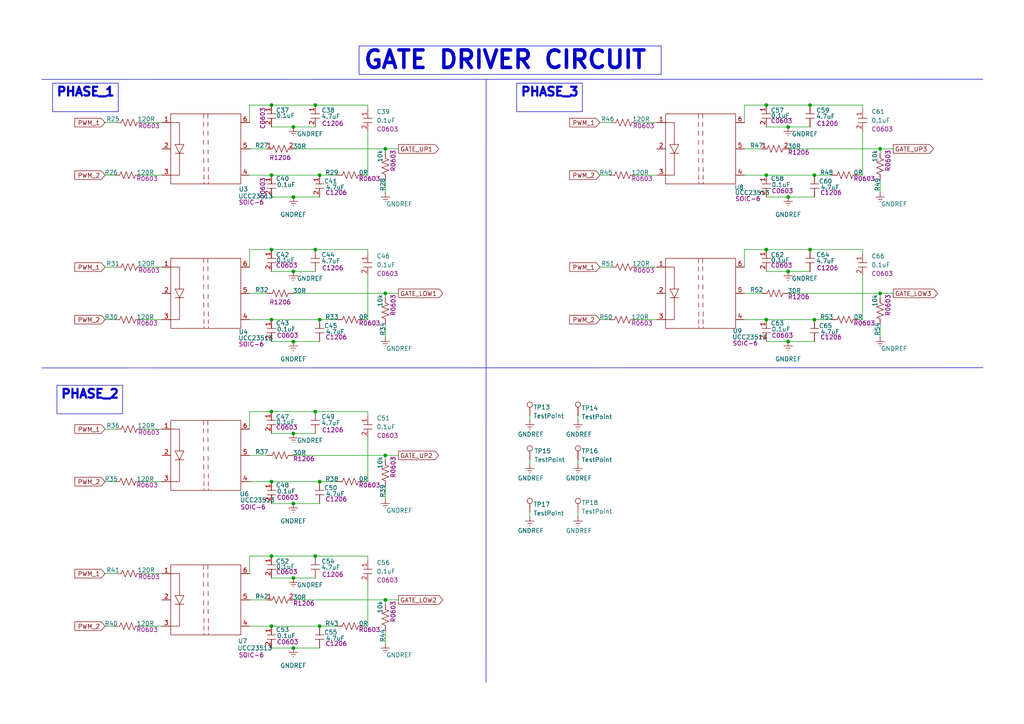
<source format=kicad_sch>
(kicad_sch (version 20250114) (generator "eeschema") (generator_version "9.0")
  (paper "A4")
  (lib_symbols
    (symbol "C1206_4.7uF_1"
      (property "Reference" "C" (at 0 0 0))
      (property "Value" "4.7uF" (at 0 0 0))
      (property "PCB footprint" "C1206" (at 0 0 0))
      (symbol "C1206_4.7uF_1_1_1"
        (pin input line (at -3.81 2.54 0) (length 2.54) (name "") (number "1"))
        (pin output line (at 2.54 2.54 180) (length 2.54) (name "") (number "2"))
      )
    )
    (symbol "C1206_4.7uF_10" (pin_numbers (hide yes))
      (property "Reference" "C" (at 0 0 0))
      (property "Value" "4.7uF" (at 0 0 0))
      (property "PCB footprint" "C1206" (at 0 0 0))
      (symbol "C1206_4.7uF_10_1_1"
        (pin input line (at -3.81 2.54 0) (length 2.54) (name "") (number "1"))
        (pin output line (at 2.54 2.54 180) (length 2.54) (name "") (number "2"))
      )
    )
    (symbol "C1206_4.7uF_11" (pin_numbers (hide yes))
      (property "Reference" "C" (at 0 0 0))
      (property "Value" "4.7uF" (at 0 0 0))
      (property "PCB footprint" "C1206" (at 0 0 0))
      (symbol "C1206_4.7uF_11_1_1"
        (pin input line (at -3.81 2.54 0) (length 2.54) (name "") (number "1"))
        (pin output line (at 2.54 2.54 180) (length 2.54) (name "") (number "2"))
      )
    )
    (symbol "C1206_4.7uF_2" (pin_numbers (hide yes))
      (property "Reference" "C" (at 0 0 0))
      (property "Value" "4.7uF" (at 0 0 0))
      (property "PCB footprint" "C1206" (at 0 0 0))
      (symbol "C1206_4.7uF_2_1_1"
        (pin input line (at -3.81 2.54 0) (length 2.54) (name "") (number "1"))
        (pin output line (at 2.54 2.54 180) (length 2.54) (name "") (number "2"))
      )
    )
    (symbol "C1206_4.7uF_3" (pin_numbers (hide yes))
      (property "Reference" "C" (at 0 0 0))
      (property "Value" "4.7uF" (at 0 0 0))
      (property "PCB footprint" "C1206" (at 0 0 0))
      (symbol "C1206_4.7uF_3_1_1"
        (pin input line (at -3.81 2.54 0) (length 2.54) (name "") (number "1"))
        (pin output line (at 2.54 2.54 180) (length 2.54) (name "") (number "2"))
      )
    )
    (symbol "C1206_4.7uF_4" (pin_numbers (hide yes))
      (property "Reference" "C" (at 0 0 0))
      (property "Value" "4.7uF" (at 0 0 0))
      (property "PCB footprint" "C1206" (at 0 0 0))
      (symbol "C1206_4.7uF_4_1_1"
        (pin input line (at -3.81 2.54 0) (length 2.54) (name "") (number "1"))
        (pin output line (at 2.54 2.54 180) (length 2.54) (name "") (number "2"))
      )
    )
    (symbol "C1206_4.7uF_5" (pin_numbers (hide yes))
      (property "Reference" "C" (at 0 0 0))
      (property "Value" "4.7uF" (at 0 0 0))
      (property "PCB footprint" "C1206" (at 0 0 0))
      (symbol "C1206_4.7uF_5_1_1"
        (pin input line (at -3.81 2.54 0) (length 2.54) (name "") (number "1"))
        (pin output line (at 2.54 2.54 180) (length 2.54) (name "") (number "2"))
      )
    )
    (symbol "C1206_4.7uF_6" (pin_numbers (hide yes))
      (property "Reference" "C" (at 0 0 0))
      (property "Value" "4.7uF" (at 0 0 0))
      (property "PCB footprint" "C1206" (at 0 0 0))
      (symbol "C1206_4.7uF_6_1_1"
        (pin input line (at -3.81 2.54 0) (length 2.54) (name "") (number "1"))
        (pin output line (at 2.54 2.54 180) (length 2.54) (name "") (number "2"))
      )
    )
    (symbol "C1206_4.7uF_7" (pin_numbers (hide yes))
      (property "Reference" "C" (at 0 0 0))
      (property "Value" "4.7uF" (at 0 0 0))
      (property "PCB footprint" "C1206" (at 0 0 0))
      (symbol "C1206_4.7uF_7_1_1"
        (pin input line (at -3.81 2.54 0) (length 2.54) (name "") (number "1"))
        (pin output line (at 2.54 2.54 180) (length 2.54) (name "") (number "2"))
      )
    )
    (symbol "C1206_4.7uF_8" (pin_numbers (hide yes))
      (property "Reference" "C" (at 0 0 0))
      (property "Value" "4.7uF" (at 0 0 0))
      (property "PCB footprint" "C1206" (at 0 0 0))
      (symbol "C1206_4.7uF_8_1_1"
        (pin input line (at -3.81 2.54 0) (length 2.54) (name "") (number "1"))
        (pin output line (at 2.54 2.54 180) (length 2.54) (name "") (number "2"))
      )
    )
    (symbol "C1206_4.7uF_9" (pin_numbers (hide yes))
      (property "Reference" "C" (at 0 0 0))
      (property "Value" "4.7uF" (at 0 0 0))
      (property "PCB footprint" "C1206" (at 0 0 0))
      (symbol "C1206_4.7uF_9_1_1"
        (pin input line (at -3.81 2.54 0) (length 2.54) (name "") (number "1"))
        (pin output line (at 2.54 2.54 180) (length 2.54) (name "") (number "2"))
      )
    )
    (symbol "R0603_0R_1" (pin_numbers (hide yes))
      (property "Reference" "R" (at 0 0 0))
      (property "Value" "0R" (at 0 0 0))
      (property "PCB footprint" "R0603" (at 0 0 0))
      (symbol "R0603_0R_1_1_1"
        (pin passive line (at -3.81 2.54 0) (length 1.27) (name "~") (number "1"))
        (pin passive line (at 3.81 2.54 180) (length 1.27) (name "~") (number "2"))
      )
    )
    (symbol "R0603_0R_2" (pin_numbers (hide yes))
      (property "Reference" "R" (at 0 0 0))
      (property "Value" "0R" (at 0 0 0))
      (property "PCB footprint" "R0603" (at 0 0 0))
      (symbol "R0603_0R_2_1_1"
        (pin passive line (at -3.81 2.54 0) (length 1.27) (name "~") (number "1"))
        (pin passive line (at 3.81 2.54 180) (length 1.27) (name "~") (number "2"))
      )
    )
    (symbol "R0603_0R_3" (pin_numbers (hide yes))
      (property "Reference" "R" (at 0 0 0))
      (property "Value" "0R" (at 0 0 0))
      (property "PCB footprint" "R0603" (at 0 0 0))
      (symbol "R0603_0R_3_1_1"
        (pin passive line (at -3.81 2.54 0) (length 1.27) (name "~") (number "1"))
        (pin passive line (at 3.81 2.54 180) (length 1.27) (name "~") (number "2"))
      )
    )
    (symbol "R0603_0R_4" (pin_numbers (hide yes))
      (property "Reference" "R" (at 0 0 0))
      (property "Value" "0R" (at 0 0 0))
      (property "PCB footprint" "R0603" (at 0 0 0))
      (symbol "R0603_0R_4_1_1"
        (pin passive line (at -3.81 2.54 0) (length 1.27) (name "~") (number "1"))
        (pin passive line (at 3.81 2.54 180) (length 1.27) (name "~") (number "2"))
      )
    )
    (symbol "R0603_0R_5" (pin_numbers (hide yes))
      (property "Reference" "R" (at 0 0 0))
      (property "Value" "0R" (at 0 0 0))
      (property "PCB footprint" "R0603" (at 0 0 0))
      (symbol "R0603_0R_5_1_1"
        (pin passive line (at -3.81 2.54 0) (length 1.27) (name "~") (number "1"))
        (pin passive line (at 3.81 2.54 180) (length 1.27) (name "~") (number "2"))
      )
    )
    (symbol "R0603_10K_1" (pin_numbers (hide yes))
      (property "Reference" "R" (at 0 0 0))
      (property "Value" "10k" (at 0 0 0))
      (property "PCB footprint" "R0603" (at 0 0 0))
      (symbol "R0603_10K_1_1_1"
        (pin passive line (at -3.81 2.54 0) (length 1.27) (name "~") (number "1"))
        (pin passive line (at 3.81 2.54 180) (length 1.27) (name "~") (number "2"))
      )
    )
    (symbol "R0603_10K_2" (pin_numbers (hide yes))
      (property "Reference" "R" (at 0 0 0))
      (property "Value" "10k" (at 0 0 0))
      (property "PCB footprint" "R0603" (at 0 0 0))
      (symbol "R0603_10K_2_1_1"
        (pin passive line (at -3.81 2.54 0) (length 1.27) (name "~") (number "1"))
        (pin passive line (at 3.81 2.54 180) (length 1.27) (name "~") (number "2"))
      )
    )
    (symbol "R0603_10K_3" (pin_numbers (hide yes))
      (property "Reference" "R" (at 0 0 0))
      (property "Value" "10k" (at 0 0 0))
      (property "PCB footprint" "R0603" (at 0 0 0))
      (symbol "R0603_10K_3_1_1"
        (pin passive line (at -3.81 2.54 0) (length 1.27) (name "~") (number "1"))
        (pin passive line (at 3.81 2.54 180) (length 1.27) (name "~") (number "2"))
      )
    )
    (symbol "R0603_10K_4" (pin_numbers (hide yes))
      (property "Reference" "R" (at 0 0 0))
      (property "Value" "10k" (at 0 0 0))
      (property "PCB footprint" "R0603" (at 0 0 0))
      (symbol "R0603_10K_4_1_1"
        (pin passive line (at -3.81 2.54 0) (length 1.27) (name "~") (number "1"))
        (pin passive line (at 3.81 2.54 180) (length 1.27) (name "~") (number "2"))
      )
    )
    (symbol "R0603_10K_5" (pin_numbers (hide yes))
      (property "Reference" "R" (at 0 0 0))
      (property "Value" "10k" (at 0 0 0))
      (property "PCB footprint" "R0603" (at 0 0 0))
      (symbol "R0603_10K_5_1_1"
        (pin passive line (at -3.81 2.54 0) (length 1.27) (name "~") (number "1"))
        (pin passive line (at 3.81 2.54 180) (length 1.27) (name "~") (number "2"))
      )
    )
    (symbol "R0603_120R_1" (pin_numbers (hide yes))
      (property "Reference" "R" (at 0 0 0))
      (property "Manufacturer PN" "RC0603FR-07120RL" (at 0 0 0))
      (property "PCB footprint" "R0603" (at 0 0 0))
      (symbol "R0603_120R_1_1_1"
        (pin passive line (at -4.445 3.175 0) (length 1.27) (name "~") (number "1"))
        (pin passive line (at 3.175 3.175 180) (length 1.27) (name "~") (number "2"))
      )
    )
    (symbol "R0603_120R_10" (pin_numbers (hide yes))
      (property "Reference" "R" (at 0 0 0))
      (property "Manufacturer PN" "RC0603FR-07120RL" (at 0 0 0))
      (property "PCB footprint" "R0603" (at 0 0 0))
      (symbol "R0603_120R_10_1_1"
        (pin passive line (at -4.445 3.175 0) (length 1.27) (name "~") (number "1"))
        (pin passive line (at 3.175 3.175 180) (length 1.27) (name "~") (number "2"))
      )
    )
    (symbol "R0603_120R_11" (pin_numbers (hide yes))
      (property "Reference" "R" (at 0 0 0))
      (property "Manufacturer PN" "RC0603FR-07120RL" (at 0 0 0))
      (property "PCB footprint" "R0603" (at 0 0 0))
      (symbol "R0603_120R_11_1_1"
        (pin passive line (at -4.445 3.175 0) (length 1.27) (name "~") (number "1"))
        (pin passive line (at 3.175 3.175 180) (length 1.27) (name "~") (number "2"))
      )
    )
    (symbol "R0603_120R_2" (pin_numbers (hide yes))
      (property "Reference" "R" (at 0 0 0))
      (property "Manufacturer PN" "RC0603FR-07120RL" (at 0 0 0))
      (property "PCB footprint" "R0603" (at 0 0 0))
      (symbol "R0603_120R_2_1_1"
        (pin passive line (at -4.445 3.175 0) (length 1.27) (name "~") (number "1"))
        (pin passive line (at 3.175 3.175 180) (length 1.27) (name "~") (number "2"))
      )
    )
    (symbol "R0603_120R_3" (pin_numbers (hide yes))
      (property "Reference" "R" (at 0 0 0))
      (property "Manufacturer PN" "RC0603FR-07120RL" (at 0 0 0))
      (property "PCB footprint" "R0603" (at 0 0 0))
      (symbol "R0603_120R_3_1_1"
        (pin passive line (at -4.445 3.175 0) (length 1.27) (name "~") (number "1"))
        (pin passive line (at 3.175 3.175 180) (length 1.27) (name "~") (number "2"))
      )
    )
    (symbol "R0603_120R_4" (pin_numbers (hide yes))
      (property "Reference" "R" (at 0 0 0))
      (property "Manufacturer PN" "RC0603FR-07120RL" (at 0 0 0))
      (property "PCB footprint" "R0603" (at 0 0 0))
      (symbol "R0603_120R_4_1_1"
        (pin passive line (at -4.445 3.175 0) (length 1.27) (name "~") (number "1"))
        (pin passive line (at 3.175 3.175 180) (length 1.27) (name "~") (number "2"))
      )
    )
    (symbol "R0603_120R_5" (pin_numbers (hide yes))
      (property "Reference" "R" (at 0 0 0))
      (property "Manufacturer PN" "RC0603FR-07120RL" (at 0 0 0))
      (property "PCB footprint" "R0603" (at 0 0 0))
      (symbol "R0603_120R_5_1_1"
        (pin passive line (at -4.445 3.175 0) (length 1.27) (name "~") (number "1"))
        (pin passive line (at 3.175 3.175 180) (length 1.27) (name "~") (number "2"))
      )
    )
    (symbol "R0603_120R_6" (pin_numbers (hide yes))
      (property "Reference" "R" (at 0 0 0))
      (property "Manufacturer PN" "RC0603FR-07120RL" (at 0 0 0))
      (property "PCB footprint" "R0603" (at 0 0 0))
      (symbol "R0603_120R_6_1_1"
        (pin passive line (at -4.445 3.175 0) (length 1.27) (name "~") (number "1"))
        (pin passive line (at 3.175 3.175 180) (length 1.27) (name "~") (number "2"))
      )
    )
    (symbol "R0603_120R_7" (pin_numbers (hide yes))
      (property "Reference" "R" (at 0 0 0))
      (property "Manufacturer PN" "RC0603FR-07120RL" (at 0 0 0))
      (property "PCB footprint" "R0603" (at 0 0 0))
      (symbol "R0603_120R_7_1_1"
        (pin passive line (at -4.445 3.175 0) (length 1.27) (name "~") (number "1"))
        (pin passive line (at 3.175 3.175 180) (length 1.27) (name "~") (number "2"))
      )
    )
    (symbol "R0603_120R_8" (pin_numbers (hide yes))
      (property "Reference" "R" (at 0 0 0))
      (property "Manufacturer PN" "RC0603FR-07120RL" (at 0 0 0))
      (property "PCB footprint" "R0603" (at 0 0 0))
      (symbol "R0603_120R_8_1_1"
        (pin passive line (at -4.445 3.175 0) (length 1.27) (name "~") (number "1"))
        (pin passive line (at 3.175 3.175 180) (length 1.27) (name "~") (number "2"))
      )
    )
    (symbol "R0603_120R_9" (pin_numbers (hide yes))
      (property "Reference" "R" (at 0 0 0))
      (property "Manufacturer PN" "RC0603FR-07120RL" (at 0 0 0))
      (property "PCB footprint" "R0603" (at 0 0 0))
      (symbol "R0603_120R_9_1_1"
        (pin passive line (at -4.445 3.175 0) (length 1.27) (name "~") (number "1"))
        (pin passive line (at 3.175 3.175 180) (length 1.27) (name "~") (number "2"))
      )
    )
    (symbol "R1206_30R_1"
      (property "Reference" "R" (at 0 0 0))
      (property "Value" "30R" (at 0 0 0))
      (property "PCB footprint" "R1206" (at 0 0 0))
      (symbol "R1206_30R_1_1_1"
        (pin passive line (at -3.81 2.54 0) (length 1.27) (name "~") (number "1"))
        (pin passive line (at 3.81 2.54 180) (length 1.27) (name "~") (number "2"))
      )
    )
    (symbol "R1206_30R_2" (pin_numbers (hide yes))
      (property "Reference" "R" (at 0 0 0))
      (property "Value" "30R" (at 0 0 0))
      (property "PCB footprint" "R1206" (at 0 0 0))
      (symbol "R1206_30R_2_1_1"
        (pin passive line (at -3.81 2.54 0) (length 1.27) (name "~") (number "1"))
        (pin passive line (at 3.81 2.54 180) (length 1.27) (name "~") (number "2"))
      )
    )
    (symbol "R1206_30R_3" (pin_numbers (hide yes))
      (property "Reference" "R" (at 0 0 0))
      (property "Value" "30R" (at 0 0 0))
      (property "PCB footprint" "R1206" (at 0 0 0))
      (symbol "R1206_30R_3_1_1"
        (pin passive line (at -3.81 2.54 0) (length 1.27) (name "~") (number "1"))
        (pin passive line (at 3.81 2.54 180) (length 1.27) (name "~") (number "2"))
      )
    )
    (symbol "R1206_30R_4"
      (property "Reference" "R" (at 0 0 0))
      (property "Value" "30R" (at 0 0 0))
      (property "PCB footprint" "R1206" (at 0 0 0))
      (symbol "R1206_30R_4_1_1"
        (pin passive line (at -3.81 2.54 0) (length 1.27) (name "~") (number "1"))
        (pin passive line (at 3.81 2.54 180) (length 1.27) (name "~") (number "2"))
      )
    )
    (symbol "R1206_30R_5" (pin_numbers (hide yes))
      (property "Reference" "R" (at 0 0 0))
      (property "Value" "30R" (at 0 0 0))
      (property "PCB footprint" "R1206" (at 0 0 0))
      (symbol "R1206_30R_5_1_1"
        (pin passive line (at -3.81 2.54 0) (length 1.27) (name "~") (number "1"))
        (pin passive line (at 3.81 2.54 180) (length 1.27) (name "~") (number "2"))
      )
    )
    (symbol "bldc_control:C0603_0.1uF"
      (property "Reference" "C" (at 0 0 0))
      (property "Value" "0.1uF" (at 0 0 0))
      (property "PCB footprint" "C0603" (at 0 0 0))
      (symbol "C0603_0.1uF_1_1"
        (pin input line (at -3.81 2.54 0) (length 2.54) (name "") (number "1"))
        (pin output line (at 2.54 2.54 180) (length 2.54) (name "") (number "2"))
      )
    )
    (symbol "bldc_control:C1206_4.7uF"
      (property "Reference" "C" (at 0 0 0))
      (property "Value" "4.7uF" (at 0 0 0))
      (property "PCB footprint" "C1206" (at 0 0 0))
      (symbol "C1206_4.7uF_1_1"
        (pin input line (at -3.81 2.54 0) (length 2.54) (name "") (number "1"))
        (pin output line (at 2.54 2.54 180) (length 2.54) (name "") (number "2"))
      )
    )
    (symbol "bldc_control:R0603_0R" (pin_numbers (hide yes))
      (property "Reference" "R" (at 0 0 0))
      (property "Value" "0R" (at 0 0 0))
      (property "PCB footprint" "R0603" (at 0 0 0))
      (symbol "R0603_0R_1_1"
        (pin passive line (at -3.81 2.54 0) (length 1.27) (name "~") (number "1"))
        (pin passive line (at 3.81 2.54 180) (length 1.27) (name "~") (number "2"))
      )
    )
    (symbol "bldc_control:R0603_10K" (pin_numbers (hide yes))
      (property "Reference" "R" (at 0 0 0))
      (property "Value" "10k" (at 0 0 0))
      (property "PCB footprint" "R0603" (at 0 0 0))
      (symbol "R0603_10K_1_1"
        (pin passive line (at -3.81 2.54 0) (length 1.27) (name "~") (number "1"))
        (pin passive line (at 3.81 2.54 180) (length 1.27) (name "~") (number "2"))
      )
    )
    (symbol "bldc_control:R0603_120R" (pin_numbers (hide yes))
      (property "Reference" "R" (at 0 0 0))
      (property "Manufacturer PN" "RC0603FR-07120RL" (at 0 0 0))
      (property "PCB footprint" "R0603" (at 0 0 0))
      (symbol "R0603_120R_1_1"
        (pin passive line (at -4.445 3.175 0) (length 1.27) (name "~") (number "1"))
        (pin passive line (at 3.175 3.175 180) (length 1.27) (name "~") (number "2"))
      )
    )
    (symbol "bldc_control:R1206_30R"
      (property "Reference" "R" (at 0 0 0))
      (property "Value" "30R" (at 0 0 0))
      (property "PCB footprint" "R1206" (at 0 0 0))
      (symbol "R1206_30R_1_1"
        (pin passive line (at -3.81 2.54 0) (length 1.27) (name "~") (number "1"))
        (pin passive line (at 3.81 2.54 180) (length 1.27) (name "~") (number "2"))
      )
    )
    (symbol "bldc_control:TestPoint" (pin_numbers (hide yes)) (pin_names (offset 0.762) (hide yes))
      (property "Reference" "TP" (at 0 6.858 0))
      (property "Value" "TestPoint" (at 0 5.08 0))
      (symbol "TestPoint_1_1"
        (pin passive line (at 0 0 90) (length 2.54) (name "1") (number "1"))
      )
    )
    (symbol "bldc_control:UCC23513DWYR"
      (property "Reference" "U" (at 10.6027 -11.1466 0))
      (property "Value" "UCC23513" (at 15.24 -12.7 0))
      (property "PCB footprint" "SOIC-6" (at 13.8465 -14.6874 0))
      (symbol "UCC23513DWYR_1_1"
        (pin power_in line (at -12.7 7.62 0) (length 2.54) (name "") (number "1"))
        (pin power_in line (at -12.7 0 0) (length 2.54) (name "") (number "2"))
        (pin power_out line (at -12.7 -7.62 0) (length 2.54) (name "") (number "3"))
        (pin power_out line (at 12.7 7.62 180) (length 2.54) (name "") (number "6"))
        (pin power_out line (at 12.7 0 180) (length 2.54) (name "") (number "5"))
        (pin power_out line (at 12.7 -7.62 180) (length 2.54) (name "") (number "4"))
      )
    )
    (symbol "power:GNDREF" (power) (pin_numbers (hide yes)) (pin_names (offset 0) (hide yes))
      (property "Value" "GNDREF" (at 0 -3.81 0))
      (symbol "GNDREF_1_1"
        (pin power_in line (at 0 0 270) (length 0) (name "~") (number "1"))
      )
    )
  )
  (text_box "PHASE_1" (at 15.24 24.13 0) (size 19.05 8.255) (margins 0.9525 0.9525 0.9525 0.9525) (effects (font (size 2.54 2.54) (thickness 1.016) (bold yes)) (justify left top)))
  (text_box "PHASE_2" (at 16.51 111.76 0) (size 19.05 8.255) (margins 0.9525 0.9525 0.9525 0.9525) (effects (font (size 2.54 2.54) (thickness 1.016) (bold yes)) (justify left top)))
  (text_box "PHASE_3" (at 149.86 24.13 0) (size 19.05 8.255) (margins 0.9525 0.9525 0.9525 0.9525) (effects (font (size 2.54 2.54) (thickness 1.016) (bold yes)) (justify left top)))
  (text_box "GATE DRIVER CIRCUIT" (at 104.14 13.335 0) (size 87.63 8.255) (margins 0.9525 0.9525 0.9525 0.9525) (effects (font (size 5.08 5.08) (thickness 1.016) (bold yes)) (justify left top)))
  (junction (at 78.74 72.39))
  (junction (at 78.74 119.38))
  (junction (at 111.76 43.18))
  (junction (at 85.09 57.15))
  (junction (at 85.09 125.73))
  (junction (at 92.71 50.8))
  (junction (at 92.71 92.71))
  (junction (at 228.6 57.15))
  (junction (at 85.09 167.64))
  (junction (at 85.09 36.83))
  (junction (at 78.74 161.29))
  (junction (at 91.44 161.29))
  (junction (at 228.6 99.06))
  (junction (at 234.95 30.48))
  (junction (at 78.74 92.71))
  (junction (at 228.6 36.83))
  (junction (at 228.6 78.74))
  (junction (at 222.25 92.71))
  (junction (at 222.25 50.8))
  (junction (at 78.74 139.7))
  (junction (at 91.44 119.38))
  (junction (at 222.25 30.48))
  (junction (at 92.71 139.7))
  (junction (at 91.44 72.39))
  (junction (at 85.09 78.74))
  (junction (at 92.71 181.61))
  (junction (at 78.74 50.8))
  (junction (at 234.95 72.39))
  (junction (at 78.74 181.61))
  (junction (at 85.09 187.96))
  (junction (at 85.09 146.05))
  (junction (at 111.76 85.09))
  (junction (at 255.27 43.18))
  (junction (at 91.44 30.48))
  (junction (at 78.74 30.48))
  (junction (at 222.25 72.39))
  (junction (at 255.27 85.09))
  (junction (at 111.76 173.99))
  (junction (at 236.22 50.8))
  (junction (at 236.22 92.71))
  (junction (at 85.09 99.06))
  (junction (at 111.76 132.08))
  (wire (pts (xy 111.76 43.18) (xy 85.09 43.18)))
  (wire (pts (xy 250.19 31.75) (xy 250.19 30.48)))
  (wire (pts (xy 85.09 146.05) (xy 92.71 146.05)))
  (wire (pts (xy 72.39 173.99) (xy 77.47 173.99)))
  (wire (pts (xy 72.39 161.29) (xy 78.74 161.29)))
  (wire (pts (xy 111.76 55.88) (xy 111.76 52.07)))
  (wire (pts (xy 215.9 77.47) (xy 215.9 72.39)))
  (wire (pts (xy 250.19 73.66) (xy 250.19 72.39)))
  (wire (pts (xy 167.64 121.92) (xy 167.64 120.65)))
  (wire (pts (xy 222.25 92.71) (xy 236.22 92.71)))
  (wire (pts (xy 46.99 124.46) (xy 41.2727 124.46)))
  (wire (pts (xy 72.39 92.71) (xy 78.74 92.71)))
  (wire (pts (xy 91.44 30.48) (xy 106.68 30.48)))
  (wire (pts (xy 255.27 44.45) (xy 255.27 43.18)))
  (wire (pts (xy 78.74 161.29) (xy 91.44 161.29)))
  (wire (pts (xy 250.19 92.71) (xy 248.92 92.71)))
  (wire (pts (xy 153.67 121.92) (xy 153.67 120.65)))
  (wire (pts (xy 222.25 30.48) (xy 234.95 30.48)))
  (wire (pts (xy 78.74 167.64) (xy 85.09 167.64)))
  (wire (pts (xy 72.39 124.46) (xy 72.39 119.38)))
  (wire (pts (xy 153.67 149.86) (xy 153.67 148.59)))
  (wire (pts (xy 184.3341 50.8) (xy 190.5 50.8)))
  (wire (pts (xy 106.68 120.65) (xy 106.68 119.38)))
  (wire (pts (xy 176.7141 50.8) (xy 176.7141 50.8185)))
  (wire (pts (xy 78.74 78.74) (xy 85.09 78.74)))
  (wire (pts (xy 78.74 57.15) (xy 85.09 57.15)))
  (wire (pts (xy 92.71 50.8) (xy 97.79 50.8)))
  (wire (pts (xy 111.76 85.09) (xy 85.09 85.09)))
  (wire (pts (xy 30.48 139.7) (xy 33.2041 139.7)))
  (wire (pts (xy 106.68 168.91) (xy 106.68 181.61)))
  (wire (pts (xy 72.39 77.47) (xy 72.39 72.39)))
  (wire (pts (xy 184.3341 50.8) (xy 184.3341 50.8185)))
  (wire (pts (xy 215.9 92.71) (xy 222.25 92.71)))
  (wire (pts (xy 72.39 35.56) (xy 72.39 30.48)))
  (wire (pts (xy 167.64 134.62) (xy 167.64 133.35)))
  (wire (pts (xy 30.48 35.56) (xy 33.6527 35.56)))
  (wire (pts (xy 115.57 43.18) (xy 111.76 43.18)))
  (wire (pts (xy 259.08 85.09) (xy 255.27 85.09)))
  (wire (pts (xy 91.44 72.39) (xy 106.68 72.39)))
  (wire (pts (xy 106.68 139.7) (xy 105.41 139.7)))
  (wire (pts (xy 111.76 144.78) (xy 111.76 140.97)))
  (wire (pts (xy 255.27 55.88) (xy 255.27 52.07)))
  (wire (pts (xy 228.6 36.83) (xy 234.95 36.83)))
  (wire (pts (xy 106.68 92.71) (xy 105.41 92.71)))
  (wire (pts (xy 72.39 43.18) (xy 77.47 43.18)))
  (wire (pts (xy 85.09 125.73) (xy 91.44 125.73)))
  (wire (pts (xy 190.5 35.56) (xy 184.7827 35.56)))
  (wire (pts (xy 78.74 30.48) (xy 91.44 30.48)))
  (wire (pts (xy 40.8241 181.61) (xy 46.99 181.61)))
  (wire (pts (xy 250.19 80.01) (xy 250.19 92.71)))
  (polyline (pts (xy 12.1079 106.7172) (xy 285.0787 106.6593)))
  (wire (pts (xy 40.8241 92.71) (xy 46.99 92.71)))
  (wire (pts (xy 85.09 78.74) (xy 91.44 78.74)))
  (wire (pts (xy 85.09 36.83) (xy 91.44 36.83)))
  (wire (pts (xy 91.44 119.38) (xy 106.68 119.38)))
  (wire (pts (xy 106.68 73.66) (xy 106.68 72.39)))
  (wire (pts (xy 255.27 97.79) (xy 255.27 93.98)))
  (wire (pts (xy 106.68 31.75) (xy 106.68 30.48)))
  (wire (pts (xy 228.6 99.06) (xy 236.22 99.06)))
  (wire (pts (xy 30.48 50.8) (xy 33.2041 50.8)))
  (wire (pts (xy 85.09 99.06) (xy 92.71 99.06)))
  (wire (pts (xy 222.25 36.83) (xy 228.6 36.83)))
  (wire (pts (xy 222.25 99.06) (xy 228.6 99.06)))
  (wire (pts (xy 215.9 43.18) (xy 220.98 43.18)))
  (wire (pts (xy 72.39 119.38) (xy 78.74 119.38)))
  (wire (pts (xy 78.74 92.71) (xy 92.71 92.71)))
  (wire (pts (xy 215.9 50.8) (xy 222.25 50.8)))
  (wire (pts (xy 78.74 119.38) (xy 91.44 119.38)))
  (wire (pts (xy 167.64 149.86) (xy 167.64 148.59)))
  (polyline (pts (xy 140.9928 23.0706) (xy 140.9663 197.9992)))
  (wire (pts (xy 46.99 166.37) (xy 41.2727 166.37)))
  (wire (pts (xy 106.68 38.1) (xy 106.68 50.8)))
  (wire (pts (xy 234.95 72.39) (xy 250.19 72.39)))
  (wire (pts (xy 111.76 132.08) (xy 85.09 132.08)))
  (wire (pts (xy 40.8241 50.8) (xy 40.8241 50.8185)))
  (wire (pts (xy 85.09 167.64) (xy 91.44 167.64)))
  (wire (pts (xy 184.3341 92.71) (xy 184.3341 92.7285)))
  (wire (pts (xy 222.25 50.8) (xy 236.22 50.8)))
  (wire (pts (xy 78.74 146.05) (xy 85.09 146.05)))
  (wire (pts (xy 40.8241 92.71) (xy 40.8241 92.7285)))
  (wire (pts (xy 78.74 36.83) (xy 85.09 36.83)))
  (wire (pts (xy 92.71 139.7) (xy 97.79 139.7)))
  (wire (pts (xy 85.09 187.96) (xy 92.71 187.96)))
  (wire (pts (xy 111.76 173.99) (xy 85.09 173.99)))
  (wire (pts (xy 222.25 72.39) (xy 234.95 72.39)))
  (wire (pts (xy 106.68 127) (xy 106.68 139.7)))
  (wire (pts (xy 78.74 125.73) (xy 85.09 125.73)))
  (wire (pts (xy 33.2041 181.61) (xy 33.2041 181.6285)))
  (wire (pts (xy 33.2041 139.7) (xy 33.2041 139.7185)))
  (wire (pts (xy 30.48 77.47) (xy 33.6527 77.47)))
  (wire (pts (xy 92.71 181.61) (xy 97.79 181.61)))
  (wire (pts (xy 106.68 50.8) (xy 105.41 50.8)))
  (wire (pts (xy 72.39 139.7) (xy 78.74 139.7)))
  (wire (pts (xy 184.3341 92.71) (xy 190.5 92.71)))
  (wire (pts (xy 228.6 57.15) (xy 236.22 57.15)))
  (wire (pts (xy 215.9 30.48) (xy 222.25 30.48)))
  (wire (pts (xy 222.25 78.74) (xy 228.6 78.74)))
  (wire (pts (xy 72.39 166.37) (xy 72.39 161.29)))
  (wire (pts (xy 222.25 57.15) (xy 228.6 57.15)))
  (wire (pts (xy 215.9 72.39) (xy 222.25 72.39)))
  (wire (pts (xy 215.9 85.09) (xy 220.98 85.09)))
  (wire (pts (xy 106.68 181.61) (xy 105.41 181.61)))
  (wire (pts (xy 30.48 181.61) (xy 33.2041 181.61)))
  (wire (pts (xy 115.57 173.99) (xy 111.76 173.99)))
  (wire (pts (xy 72.39 50.8) (xy 78.74 50.8)))
  (wire (pts (xy 173.99 50.8) (xy 176.7141 50.8)))
  (wire (pts (xy 250.19 50.8) (xy 248.92 50.8)))
  (wire (pts (xy 78.74 187.96) (xy 85.09 187.96)))
  (wire (pts (xy 33.2041 50.8) (xy 33.2041 50.8185)))
  (wire (pts (xy 173.99 35.56) (xy 177.1627 35.56)))
  (wire (pts (xy 40.8241 50.8) (xy 46.99 50.8)))
  (wire (pts (xy 72.39 30.48) (xy 78.74 30.48)))
  (wire (pts (xy 30.48 124.46) (xy 33.6527 124.46)))
  (wire (pts (xy 72.39 181.61) (xy 78.74 181.61)))
  (wire (pts (xy 176.7141 92.71) (xy 176.7141 92.7285)))
  (wire (pts (xy 111.76 186.69) (xy 111.76 182.88)))
  (wire (pts (xy 72.39 72.39) (xy 78.74 72.39)))
  (wire (pts (xy 111.76 86.36) (xy 111.76 85.09)))
  (wire (pts (xy 190.5 77.47) (xy 184.7827 77.47)))
  (wire (pts (xy 78.74 50.8) (xy 92.71 50.8)))
  (wire (pts (xy 259.08 43.18) (xy 255.27 43.18)))
  (wire (pts (xy 228.6 78.74) (xy 234.95 78.74)))
  (polyline (pts (xy 12.1018 23.0305) (xy 285.0726 22.9726)))
  (wire (pts (xy 173.99 92.71) (xy 176.7141 92.71)))
  (wire (pts (xy 40.8241 181.61) (xy 40.8241 181.6285)))
  (wire (pts (xy 40.8241 139.7) (xy 40.8241 139.7185)))
  (wire (pts (xy 78.74 181.61) (xy 92.71 181.61)))
  (wire (pts (xy 78.74 139.7) (xy 92.71 139.7)))
  (wire (pts (xy 85.09 57.15) (xy 92.71 57.15)))
  (wire (pts (xy 72.39 85.09) (xy 77.47 85.09)))
  (wire (pts (xy 106.68 80.01) (xy 106.68 92.71)))
  (wire (pts (xy 72.39 132.08) (xy 77.47 132.08)))
  (wire (pts (xy 115.57 132.08) (xy 111.76 132.08)))
  (wire (pts (xy 255.27 85.09) (xy 228.6 85.09)))
  (wire (pts (xy 111.76 175.26) (xy 111.76 173.99)))
  (wire (pts (xy 236.22 50.8) (xy 241.3 50.8)))
  (wire (pts (xy 234.95 30.48) (xy 250.19 30.48)))
  (wire (pts (xy 250.19 38.1) (xy 250.19 50.8)))
  (wire (pts (xy 173.99 77.47) (xy 177.1627 77.47)))
  (wire (pts (xy 236.22 92.71) (xy 241.3 92.71)))
  (wire (pts (xy 111.76 97.79) (xy 111.76 93.98)))
  (wire (pts (xy 153.67 134.62) (xy 153.67 133.35)))
  (wire (pts (xy 255.27 43.18) (xy 228.6 43.18)))
  (wire (pts (xy 30.48 92.71) (xy 33.2041 92.71)))
  (wire (pts (xy 33.2041 92.71) (xy 33.2041 92.7285)))
  (wire (pts (xy 111.76 133.35) (xy 111.76 132.08)))
  (wire (pts (xy 40.8241 139.7) (xy 46.99 139.7)))
  (wire (pts (xy 46.99 77.47) (xy 41.2727 77.47)))
  (wire (pts (xy 91.44 161.29) (xy 106.68 161.29)))
  (wire (pts (xy 111.76 44.45) (xy 111.76 43.18)))
  (wire (pts (xy 255.27 86.36) (xy 255.27 85.09)))
  (wire (pts (xy 30.48 166.37) (xy 33.6527 166.37)))
  (wire (pts (xy 78.74 72.39) (xy 91.44 72.39)))
  (wire (pts (xy 106.68 162.56) (xy 106.68 161.29)))
  (wire (pts (xy 215.9 35.56) (xy 215.9 30.48)))
  (wire (pts (xy 78.74 99.06) (xy 85.09 99.06)))
  (wire (pts (xy 46.99 35.56) (xy 41.2727 35.56)))
  (wire (pts (xy 92.71 92.71) (xy 97.79 92.71)))
  (wire (pts (xy 115.57 85.09) (xy 111.76 85.09)))
  (global_label "GATE_LOW3" (shape output) (at 259.08 85.09 0) (property "Intersheetrefs" "${INTERSHEET_REFS}" (effects (hide yes))))
  (global_label "PWM_1" (shape input) (at 173.99 77.47 180) (property "Intersheetrefs" "${INTERSHEET_REFS}" (effects (hide yes))))
  (global_label "PWM_1" (shape input) (at 30.48 124.46 180) (property "Intersheetrefs" "${INTERSHEET_REFS}" (effects (hide yes))))
  (global_label "PWM_1" (shape input) (at 173.99 35.56 180) (property "Intersheetrefs" "${INTERSHEET_REFS}" (effects (hide yes))))
  (global_label "GATE_UP3" (shape output) (at 259.08 43.18 0) (property "Intersheetrefs" "${INTERSHEET_REFS}" (effects (hide yes))))
  (global_label "PWM_2" (shape input) (at 30.48 139.7 180) (property "Intersheetrefs" "${INTERSHEET_REFS}" (effects (hide yes))))
  (global_label "PWM_1" (shape input) (at 30.48 77.47 180) (property "Intersheetrefs" "${INTERSHEET_REFS}" (effects (hide yes))))
  (global_label "PWM_2" (shape input) (at 30.48 92.71 180) (property "Intersheetrefs" "${INTERSHEET_REFS}" (effects (hide yes))))
  (global_label "GATE_UP1" (shape output) (at 115.57 43.18 0) (property "Intersheetrefs" "${INTERSHEET_REFS}" (effects (hide yes))))
  (global_label "GATE_LOW1" (shape output) (at 115.57 85.09 0) (property "Intersheetrefs" "${INTERSHEET_REFS}" (effects (hide yes))))
  (global_label "PWM_1" (shape input) (at 30.48 166.37 180) (property "Intersheetrefs" "${INTERSHEET_REFS}" (effects (hide yes))))
  (global_label "PWM_2" (shape input) (at 173.99 50.8 180) (property "Intersheetrefs" "${INTERSHEET_REFS}" (effects (hide yes))))
  (global_label "GATE_UP2" (shape output) (at 115.57 132.08 0) (property "Intersheetrefs" "${INTERSHEET_REFS}" (effects (hide yes))))
  (global_label "PWM_2" (shape input) (at 30.48 50.8 180) (property "Intersheetrefs" "${INTERSHEET_REFS}" (effects (hide yes))))
  (global_label "GATE_LOW2" (shape output) (at 115.57 173.99 0) (property "Intersheetrefs" "${INTERSHEET_REFS}" (effects (hide yes))))
  (global_label "PWM_1" (shape input) (at 30.48 35.56 180) (property "Intersheetrefs" "${INTERSHEET_REFS}" (effects (hide yes))))
  (global_label "PWM_2" (shape input) (at 30.48 181.61 180) (property "Intersheetrefs" "${INTERSHEET_REFS}" (effects (hide yes))))
  (global_label "PWM_2" (shape input) (at 173.99 92.71 180) (property "Intersheetrefs" "${INTERSHEET_REFS}" (effects (hide yes))))
  (symbol (lib_id "bldc_control:TestPoint") (at 153.67 148.59 0) (unit 1)
    (property "Reference" "TP17" (at 154.686 146.304 0) (effects (justify left)))
    (property "Value" "TestPoint" (at 154.686 148.844 0) (effects (justify left)))
    (property "Description" "test point" (effects (hide yes)))
  )
  (symbol (lib_name "C1206_4.7uF_2") (lib_id "bldc_control:C1206_4.7uF") (at 88.9 76.2 270) (unit 1)
    (property "Reference" "C44" (at 93.218 73.914 90) (effects (justify left)))
    (property "Value" "4.7uF" (at 93.218 75.692 90) (effects (justify left)))
    (property "Description" "Multilayer Ceramic Capacitors" (effects (hide yes)))
    (property "Manufacturer" "Murata Electronics" (effects (hide yes)))
    (property "Manufacturer PN" "GRM31CR71H475KA12L" (effects (hide yes)))
    (property "PCB footprint" "C1206" (at 96.52 77.724 90))
    (property "Specification" "50Vdc, 10% tolerance, -55 deg C to +125 deg C" (effects (hide yes)))
  )
  (symbol (lib_id "power:GNDREF") (at 228.6 78.74 0) (unit 1)
    (property "Reference" "#PWR059" (effects (hide yes)))
    (property "Value" "GNDREF" (at 233.426 80.772 0))
    (property "Description" "Power symbol creates a global label with name \"GNDREF\" , reference supply ground" (effects (hide yes)))
  )
  (symbol (lib_id "bldc_control:TestPoint") (at 167.64 148.59 0) (unit 1)
    (property "Reference" "TP18" (at 168.656 145.796 0) (effects (justify left)))
    (property "Value" "TestPoint" (at 168.656 148.336 0) (effects (justify left)))
    (property "Description" "test point" (effects (hide yes)))
  )
  (symbol (lib_name "R1206_30R_3") (lib_id "bldc_control:R1206_30R") (at 81.28 134.62 0) (unit 1)
    (property "Reference" "R37" (at 75.946 131.064 0))
    (property "Value" "30R" (at 86.868 131.318 0))
    (property "Description" "Thick Film Resistors - SMD" (effects (hide yes)))
    (property "Manufacturer" "YAGEO" (effects (hide yes)))
    (property "Manufacturer PN" "RC1206FR-0730RL" (effects (hide yes)))
    (property "PCB footprint" "R1206" (at 88.138 133.096 0))
    (property "Specification" "200V, 250mW, 1% tolerance, -55 deg C to +155 deg C" (effects (hide yes)))
  )
  (symbol (lib_id "power:GNDREF") (at 111.76 186.69 0) (unit 1)
    (property "Reference" "#PWR055" (effects (hide yes)))
    (property "Value" "GNDREF" (at 115.824 189.992 0))
    (property "Description" "Power symbol creates a global label with name \"GNDREF\" , reference supply ground" (effects (hide yes)))
  )
  (symbol (lib_id "bldc_control:C1206_4.7uF") (at 90.17 54.61 270) (unit 1)
    (property "Reference" "C41" (at 93.98 52.578 90) (effects (justify left)))
    (property "Value" "4.7uF" (at 94.488 54.356 90) (effects (justify left)))
    (property "Description" "Multilayer Ceramic Capacitors" (effects (hide yes)))
    (property "Manufacturer" "Murata Electronics" (effects (hide yes)))
    (property "Manufacturer PN" "GRM31CR71H475KA12L" (effects (hide yes)))
    (property "PCB footprint" "C1206" (at 97.536 55.88 90))
  )
  (symbol (lib_name "R0603_120R_11") (lib_id "bldc_control:R0603_120R") (at 181.6077 80.645 0) (unit 1)
    (property "Reference" "R51" (at 176.276 76.454 0))
    (property "Value" "120R" (at 185.928 76.454 0))
    (property "Description" "Thick Film Resistors - SMD" (effects (hide yes)))
    (property "Manufacturer" "YAGEO" (effects (hide yes)))
    (property "Manufacturer PN" "RC0603FR-07120RL" (effects (hide yes)))
    (property "PCB footprint" "R0603" (at 186.7051 78.4289 0))
    (property "Specification" "75V, 100mW, 1% tolerance, -55 deg C to +125 deg C " (effects (hide yes)))
  )
  (symbol (lib_id "power:GNDREF") (at 85.09 125.73 0) (unit 1)
    (property "Reference" "#PWR050" (effects (hide yes)))
    (property "Value" "GNDREF" (at 89.916 127.762 0))
    (property "Description" "Power symbol creates a global label with name \"GNDREF\" , reference supply ground" (effects (hide yes)))
  )
  (symbol (lib_id "bldc_control:C0603_0.1uF") (at 76.2 143.51 270) (unit 1)
    (property "Reference" "C48" (at 80.01 140.716 90) (effects (justify left)))
    (property "Value" "0.1uF" (at 80.264 142.494 90) (effects (justify left)))
    (property "Description" "Multilayer Ceramic Capacitors-SMD" (effects (hide yes)))
    (property "Manufacturer" "Murata Electronics" (effects (hide yes)))
    (property "Manufacturer PN" "GCM188R71H104KA57D" (effects (hide yes)))
    (property "PCB footprint" "C0603" (at 80.264 144.272 90) (effects (justify left)))
    (property "Specification" "0.1uF, 50Vdc, 10% tolerance, -55 deg C to +125 deg C" (effects (hide yes)))
  )
  (symbol (lib_name "R0603_0R_1") (lib_id "bldc_control:R0603_0R") (at 101.6 53.34 0) (unit 1)
    (property "Reference" "R29" (at 96.266 50.038 0))
    (property "Value" "0R" (at 105.41 50.038 0))
    (property "Description" "Thick Film Resistors - SMD" (effects (hide yes)))
    (property "Manufacturer" "YAGEO" (effects (hide yes)))
    (property "Manufacturer PN" "RC0603JR-070RL" (effects (hide yes)))
    (property "PCB footprint" "R0603" (at 107.188 51.816 0))
    (property "Specification" "75V, 100mW, 5% tolerance, -55 deg C to +125 deg C" (effects (hide yes)))
  )
  (symbol (lib_id "bldc_control:TestPoint") (at 153.67 120.65 0) (unit 1)
    (property "Reference" "TP13" (at 154.686 118.11 0) (effects (justify left)))
    (property "Value" "TestPoint" (at 154.686 120.65 0) (effects (justify left)))
    (property "Description" "test point" (effects (hide yes)))
  )
  (symbol (lib_id "bldc_control:C0603_0.1uF") (at 247.65 77.47 270) (unit 1)
    (property "Reference" "C66" (at 252.73 74.2949 90) (effects (justify left)))
    (property "Value" "0.1uF" (at 252.73 76.8349 90) (effects (justify left)))
    (property "Description" "Multilayer Ceramic Capacitors-SMD" (effects (hide yes)))
    (property "Manufacturer" "Murata Electronics" (effects (hide yes)))
    (property "Manufacturer PN" "GCM188R71H104KA57D" (effects (hide yes)))
    (property "PCB footprint" "C0603" (at 252.73 79.3749 90) (effects (justify left)))
    (property "Specification" "0.1uF, 50Vdc, 10% tolerance, -55 deg C to +125 deg C" (effects (hide yes)))
  )
  (symbol (lib_id "power:GNDREF") (at 167.64 149.86 0) (unit 1)
    (property "Reference" "#PWR066" (effects (hide yes)))
    (property "Value" "GNDREF" (at 167.894 153.924 0))
    (property "Description" "Power symbol creates a global label with name \"GNDREF\" , reference supply ground" (effects (hide yes)))
  )
  (symbol (lib_id "power:GNDREF") (at 85.09 36.83 0) (unit 1)
    (property "Reference" "#PWR046" (effects (hide yes)))
    (property "Value" "GNDREF" (at 89.916 38.862 0))
    (property "Description" "Power symbol creates a global label with name \"GNDREF\" , reference supply ground" (effects (hide yes)))
  )
  (symbol (lib_name "C1206_4.7uF_3") (lib_id "bldc_control:C1206_4.7uF") (at 88.9 123.19 270) (unit 1)
    (property "Reference" "C49" (at 93.218 120.904 90) (effects (justify left)))
    (property "Value" "4.7uF" (at 93.218 122.682 90) (effects (justify left)))
    (property "Description" "Multilayer Ceramic Capacitors" (effects (hide yes)))
    (property "Manufacturer" "Murata Electronics" (effects (hide yes)))
    (property "Manufacturer PN" "GRM31CR71H475KA12L" (effects (hide yes)))
    (property "PCB footprint" "C1206" (at 96.52 124.714 90))
    (property "Specification" "50Vdc, 10% tolerance, -55 deg C to +125 deg C" (effects (hide yes)))
  )
  (symbol (lib_id "power:GNDREF") (at 167.64 134.62 0) (unit 1)
    (property "Reference" "#PWR045" (effects (hide yes)))
    (property "Value" "GNDREF" (at 167.894 138.684 0))
    (property "Description" "Power symbol creates a global label with name \"GNDREF\" , reference supply ground" (effects (hide yes)))
  )
  (symbol (lib_name "C1206_4.7uF_9") (lib_id "bldc_control:C1206_4.7uF") (at 90.17 185.42 270) (unit 1)
    (property "Reference" "C55" (at 93.98 183.388 90) (effects (justify left)))
    (property "Value" "4.7uF" (at 94.488 185.166 90) (effects (justify left)))
    (property "Description" "Multilayer Ceramic Capacitors" (effects (hide yes)))
    (property "Manufacturer" "Murata Electronics" (effects (hide yes)))
    (property "Manufacturer PN" "GRM31CR71H475KA12L" (effects (hide yes)))
    (property "PCB footprint" "C1206" (at 97.536 186.69 90))
    (property "Specification" "50Vdc, 10% tolerance, -55 deg C to +125 deg C" (effects (hide yes)))
  )
  (symbol (lib_id "power:GNDREF") (at 85.09 146.05 0) (unit 1)
    (property "Reference" "#PWR051" (effects (hide yes)))
    (property "Value" "GNDREF" (at 85.09 151.13 0))
    (property "Description" "Power symbol creates a global label with name \"GNDREF\" , reference supply ground" (effects (hide yes)))
  )
  (symbol (lib_id "bldc_control:C0603_0.1uF") (at 76.2 185.42 270) (unit 1)
    (property "Reference" "C53" (at 80.01 182.626 90) (effects (justify left)))
    (property "Value" "0.1uF" (at 80.264 184.404 90) (effects (justify left)))
    (property "Description" "Multilayer Ceramic Capacitors-SMD" (effects (hide yes)))
    (property "Manufacturer" "Murata Electronics" (effects (hide yes)))
    (property "Manufacturer PN" "GCM188R71H104KA57D" (effects (hide yes)))
    (property "PCB footprint" "C0603" (at 80.264 186.182 90) (effects (justify left)))
    (property "Specification" "0.1uF, 50Vdc, 10% tolerance, -55 deg C to +125 deg C" (effects (hide yes)))
  )
  (symbol (lib_id "bldc_control:C0603_0.1uF") (at 219.71 96.52 270) (unit 1)
    (property "Reference" "C63" (at 223.52 93.726 90) (effects (justify left)))
    (property "Value" "0.1uF" (at 223.774 95.504 90) (effects (justify left)))
    (property "Description" "Multilayer Ceramic Capacitors-SMD" (effects (hide yes)))
    (property "Manufacturer" "Murata Electronics" (effects (hide yes)))
    (property "Manufacturer PN" "GCM188R71H104KA57D" (effects (hide yes)))
    (property "PCB footprint" "C0603" (at 223.774 97.282 90) (effects (justify left)))
    (property "Specification" "0.1uF, 50Vdc, 10% tolerance, -55 deg C to +125 deg C" (effects (hide yes)))
  )
  (symbol (lib_name "R1206_30R_4") (lib_id "bldc_control:R1206_30R") (at 81.28 176.53 0) (unit 1)
    (property "Reference" "R42" (at 75.946 172.974 0))
    (property "Value" "30R" (at 86.868 173.228 0))
    (property "Description" "Thick Film Resistors - SMD" (effects (hide yes)))
    (property "Manufacturer" "YAGEO" (effects (hide yes)))
    (property "Manufacturer PN" "RC1206FR-0730RL" (effects (hide yes)))
    (property "PCB footprint" "R1206" (at 88.138 175.006 0))
    (property "Specification" "200V, 250mW, 1% tolerance, -55 deg C to +155 deg C" (effects (hide yes)))
  )
  (symbol (lib_name "R0603_120R_5") (lib_id "bldc_control:R0603_120R") (at 38.0977 127.635 0) (unit 1)
    (property "Reference" "R36" (at 32.766 123.444 0))
    (property "Value" "120R" (at 42.418 123.444 0))
    (property "Description" "Thick Film Resistors - SMD" (effects (hide yes)))
    (property "Manufacturer" "YAGEO" (effects (hide yes)))
    (property "Manufacturer PN" "RC0603FR-07120RL" (effects (hide yes)))
    (property "PCB footprint" "R0603" (at 43.1951 125.4189 0))
    (property "Specification" "75V, 100mW, 1% tolerance, -55 deg C to +125 deg C " (effects (hide yes)))
  )
  (symbol (lib_name "R0603_120R_3") (lib_id "bldc_control:R0603_120R") (at 38.0977 80.645 0) (unit 1)
    (property "Reference" "R31" (at 32.766 76.454 0))
    (property "Value" "120R" (at 42.418 76.454 0))
    (property "Description" "Thick Film Resistors - SMD" (effects (hide yes)))
    (property "Manufacturer" "YAGEO" (effects (hide yes)))
    (property "Manufacturer PN" "RC0603FR-07120RL" (effects (hide yes)))
    (property "PCB footprint" "R0603" (at 43.1951 78.4289 0))
    (property "Specification" "75V, 100mW, 1% tolerance, -55 deg C to +125 deg C " (effects (hide yes)))
  )
  (symbol (lib_id "power:GNDREF") (at 255.27 55.88 0) (unit 1)
    (property "Reference" "#PWR058" (effects (hide yes)))
    (property "Value" "GNDREF" (at 259.334 59.182 0))
    (property "Description" "Power symbol creates a global label with name \"GNDREF\" , reference supply ground" (effects (hide yes)))
  )
  (symbol (lib_name "R0603_0R_2") (lib_id "bldc_control:R0603_0R") (at 101.6 95.25 0) (unit 1)
    (property "Reference" "R33" (at 96.266 91.948 0))
    (property "Value" "0R" (at 105.41 91.948 0))
    (property "Description" "Thick Film Resistors - SMD" (effects (hide yes)))
    (property "Manufacturer" "YAGEO" (effects (hide yes)))
    (property "Manufacturer PN" "RC0603JR-070RL" (effects (hide yes)))
    (property "PCB footprint" "R0603" (at 107.188 93.726 0))
    (property "Specification" "75V, 100mW, 5% tolerance, -55 deg C to +125 deg C" (effects (hide yes)))
  )
  (symbol (lib_id "bldc_control:C0603_0.1uF") (at 219.71 54.61 270) (unit 1)
    (property "Reference" "C58" (at 223.52 51.816 90) (effects (justify left)))
    (property "Value" "0.1uF" (at 223.774 53.594 90) (effects (justify left)))
    (property "Description" "Multilayer Ceramic Capacitors-SMD" (effects (hide yes)))
    (property "Manufacturer" "Murata Electronics" (effects (hide yes)))
    (property "Manufacturer PN" "GCM188R71H104KA57D" (effects (hide yes)))
    (property "PCB footprint" "C0603" (at 223.774 55.372 90) (effects (justify left)))
    (property "Specification" "0.1uF, 50Vdc, 10% tolerance, -55 deg C to +125 deg C" (effects (hide yes)))
  )
  (symbol (lib_id "power:GNDREF") (at 167.64 121.92 0) (unit 1)
    (property "Reference" "#PWR043" (effects (hide yes)))
    (property "Value" "GNDREF" (at 167.894 125.984 0))
    (property "Description" "Power symbol creates a global label with name \"GNDREF\" , reference supply ground" (effects (hide yes)))
  )
  (symbol (lib_id "bldc_control:C0603_0.1uF") (at 76.2 76.2 270) (unit 1)
    (property "Reference" "C42" (at 80.01 73.914 90) (effects (justify left)))
    (property "Value" "0.1uF" (at 82.804 75.438 90))
    (property "Description" "Multilayer Ceramic Capacitors-SMD" (effects (hide yes)))
    (property "Manufacturer" "Murata Electronics" (effects (hide yes)))
    (property "Manufacturer PN" "GCM188R71H104KA57D" (effects (hide yes)))
    (property "PCB footprint" "C0603" (at 80.01 76.962 90) (effects (justify left)))
    (property "Specification" "0.1uF, 50Vdc, 10% tolerance, -55 deg C to +125 deg C" (effects (hide yes)))
  )
  (symbol (lib_id "bldc_control:C0603_0.1uF") (at 104.14 77.47 270) (unit 1)
    (property "Reference" "C46" (at 109.22 74.2949 90) (effects (justify left)))
    (property "Value" "0.1uF" (at 109.22 76.8349 90) (effects (justify left)))
    (property "Description" "Multilayer Ceramic Capacitors-SMD" (effects (hide yes)))
    (property "Manufacturer" "Murata Electronics" (effects (hide yes)))
    (property "Manufacturer PN" "GCM188R71H104KA57D" (effects (hide yes)))
    (property "PCB footprint" "C0603" (at 109.22 79.3749 90) (effects (justify left)))
    (property "Specification" "0.1uF, 50Vdc, 10% tolerance, -55 deg C to +125 deg C" (effects (hide yes)))
  )
  (symbol (lib_id "bldc_control:TestPoint") (at 167.64 120.65 0) (unit 1)
    (property "Reference" "TP14" (at 168.656 118.364 0) (effects (justify left)))
    (property "Value" "TestPoint" (at 168.656 120.904 0) (effects (justify left)))
    (property "Description" "test point" (effects (hide yes)))
  )
  (symbol (lib_name "C1206_4.7uF_5") (lib_id "bldc_control:C1206_4.7uF") (at 232.41 34.29 270) (unit 1)
    (property "Reference" "C59" (at 236.728 32.004 90) (effects (justify left)))
    (property "Value" "4.7uF" (at 236.728 33.782 90) (effects (justify left)))
    (property "Description" "Multilayer Ceramic Capacitors" (effects (hide yes)))
    (property "Manufacturer" "Murata Electronics" (effects (hide yes)))
    (property "Manufacturer PN" "GRM31CR71H475KA12L" (effects (hide yes)))
    (property "PCB footprint" "C1206" (at 240.03 35.814 90))
    (property "Specification" "50Vdc, 10% tolerance, -55 deg C to +125 deg C" (effects (hide yes)))
  )
  (symbol (lib_id "bldc_control:C0603_0.1uF") (at 76.2 123.19 270) (unit 1)
    (property "Reference" "C47" (at 80.01 120.904 90) (effects (justify left)))
    (property "Value" "0.1uF" (at 82.804 122.428 90))
    (property "Description" "Multilayer Ceramic Capacitors-SMD" (effects (hide yes)))
    (property "Manufacturer" "Murata Electronics" (effects (hide yes)))
    (property "Manufacturer PN" "GCM188R71H104KA57D" (effects (hide yes)))
    (property "PCB footprint" "C0603" (at 80.01 123.952 90) (effects (justify left)))
    (property "Specification" "0.1uF, 50Vdc, 10% tolerance, -55 deg C to +125 deg C" (effects (hide yes)))
  )
  (symbol (lib_name "C1206_4.7uF_11") (lib_id "bldc_control:C1206_4.7uF") (at 90.17 96.52 270) (unit 1)
    (property "Reference" "C45" (at 93.98 94.488 90) (effects (justify left)))
    (property "Value" "4.7uF" (at 94.488 96.266 90) (effects (justify left)))
    (property "Description" "Multilayer Ceramic Capacitors" (effects (hide yes)))
    (property "Manufacturer" "Murata Electronics" (effects (hide yes)))
    (property "Manufacturer PN" "GRM31CR71H475KA12L" (effects (hide yes)))
    (property "PCB footprint" "C1206" (at 97.536 97.79 90))
    (property "Specification" "50Vdc, 10% tolerance, -55 deg C to +125 deg C" (effects (hide yes)))
  )
  (symbol (lib_name "R0603_120R_8") (lib_id "bldc_control:R0603_120R") (at 37.6491 184.8035 0) (unit 1)
    (property "Reference" "R40" (at 32.258 180.848 0))
    (property "Value" "120R" (at 42.164 180.848 0))
    (property "Description" "Thick Film Resistors - SMD" (effects (hide yes)))
    (property "Manufacturer" "YAGEO" (effects (hide yes)))
    (property "Manufacturer PN" "RC0603FR-07120RL" (effects (hide yes)))
    (property "PCB footprint" "R0603" (at 42.672 182.626 0))
    (property "Specification" "75V, 100mW, 1% tolerance, -55 deg C to +125 deg C " (effects (hide yes)))
  )
  (symbol (lib_name "R0603_10K_2") (lib_id "bldc_control:R0603_10K") (at 109.22 90.17 270) (unit 1)
    (property "Reference" "R34" (at 110.998 93.472 0) (effects (justify left)))
    (property "Value" "10k" (at 110.236 85.344 0) (effects (justify left)))
    (property "Description" "Thick Film Resistors - SMD" (effects (hide yes)))
    (property "Manufacturer" "YAGEO" (effects (hide yes)))
    (property "Manufacturer PN" "RC0603FR-0710KL" (effects (hide yes)))
    (property "PCB footprint" "R0603" (at 114.046 85.344 0) (effects (justify left)))
    (property "Specification" "10k, 100mW, 1% tolerance,75V, -55 deg C to +155 deg C" (effects (hide yes)))
  )
  (symbol (lib_name "R1206_30R_2") (lib_id "bldc_control:R1206_30R") (at 81.28 87.63 0) (unit 1)
    (property "Reference" "R32" (at 75.946 84.074 0))
    (property "Value" "30R" (at 86.868 84.328 0))
    (property "Description" "Thick Film Resistors - SMD" (effects (hide yes)))
    (property "Manufacturer" "YAGEO" (effects (hide yes)))
    (property "Manufacturer PN" "RC1206FR-0730RL" (effects (hide yes)))
    (property "PCB footprint" "R1206" (at 81.28 87.63 0))
    (property "Specification" "200V, 250mW, 1% tolerance, -55 deg C to +155 deg C" (effects (hide yes)))
  )
  (symbol (lib_id "bldc_control:C0603_0.1uF") (at 76.2 96.52 270) (unit 1)
    (property "Reference" "C43" (at 80.01 93.726 90) (effects (justify left)))
    (property "Value" "0.1uF" (at 80.264 95.504 90) (effects (justify left)))
    (property "Description" "Multilayer Ceramic Capacitors-SMD" (effects (hide yes)))
    (property "Manufacturer" "Murata Electronics" (effects (hide yes)))
    (property "Manufacturer PN" "GCM188R71H104KA57D" (effects (hide yes)))
    (property "PCB footprint" "C0603" (at 80.264 97.282 90) (effects (justify left)))
    (property "Specification" "0.1uF, 50Vdc, 10% tolerance, -55 deg C to +125 deg C" (effects (hide yes)))
  )
  (symbol (lib_name "R0603_0R_3") (lib_id "bldc_control:R0603_0R") (at 101.6 142.24 0) (unit 1)
    (property "Reference" "R38" (at 96.266 138.938 0))
    (property "Value" "0R" (at 105.41 138.938 0))
    (property "Description" "Thick Film Resistors - SMD" (effects (hide yes)))
    (property "Manufacturer" "YAGEO" (effects (hide yes)))
    (property "Manufacturer PN" "RC0603JR-070RL" (effects (hide yes)))
    (property "PCB footprint" "R0603" (at 107.188 140.716 0))
    (property "Specification" "75V, 100mW, 5% tolerance, -55 deg C to +125 deg C" (effects (hide yes)))
  )
  (symbol (lib_id "bldc_control:R0603_10K") (at 252.73 48.26 270) (unit 1)
    (property "Reference" "R49" (at 254.508 51.562 0) (effects (justify left)))
    (property "Value" "10k" (at 253.746 43.434 0) (effects (justify left)))
    (property "Description" "Thick Film Resistors - SMD" (effects (hide yes)))
    (property "Manufacturer" "YAGEO" (effects (hide yes)))
    (property "Manufacturer PN" "RC0603FR-0710KL" (effects (hide yes)))
    (property "PCB footprint" "R0603" (at 257.556 43.434 0) (effects (justify left)))
    (property "Specification" "10k, 100mW, 1% tolerance,75V, -55 deg C to +155 deg C" (effects (hide yes)))
  )
  (symbol (lib_id "power:GNDREF") (at 153.67 149.86 0) (unit 1)
    (property "Reference" "#PWR065" (effects (hide yes)))
    (property "Value" "GNDREF" (at 153.924 153.924 0))
    (property "Description" "Power symbol creates a global label with name \"GNDREF\" , reference supply ground" (effects (hide yes)))
  )
  (symbol (lib_name "C1206_4.7uF_1") (lib_id "bldc_control:C1206_4.7uF") (at 88.9 34.29 270) (unit 1)
    (property "Reference" "C38" (at 93.218 32.004 90) (effects (justify left)))
    (property "Value" "4.7uF" (at 93.218 33.782 90) (effects (justify left)))
    (property "Description" "Multilayer Ceramic Capacitors" (effects (hide yes)))
    (property "Manufacturer" "Murata Electronics" (effects (hide yes)))
    (property "Manufacturer PN" "GRM31CR71H475KA12L" (effects (hide yes)))
    (property "PCB footprint" "C1206" (at 96.52 35.814 90))
    (property "Specification" "50Vdc, 10% tolerance, -55 deg C to +125 deg C" (effects (hide yes)))
  )
  (symbol (lib_id "bldc_control:UCC23513DWYR") (at 203.2 85.09 0) (unit 1)
    (property "Reference" "U9" (at 213.868 96.012 0))
    (property "Value" "UCC23513" (at 217.424 97.79 0))
    (property "Description" "ISOLATED GATE DRIVER" (effects (hide yes)))
    (property "Manufacturer" "Texas Instruments" (effects (hide yes)))
    (property "Manufacturer PN" "UCC23513DWYR" (effects (hide yes)))
    (property "PCB footprint" "SOIC-6" (at 216.154 99.568 0))
    (property "Specification" " 14 V to 33 V, 5A, 750mW, -45 deg C to +125 deg C" (effects (hide yes)))
  )
  (symbol (lib_id "bldc_control:C0603_0.1uF") (at 247.65 35.56 270) (unit 1)
    (property "Reference" "C61" (at 252.73 32.3849 90) (effects (justify left)))
    (property "Value" "0.1uF" (at 252.73 34.9249 90) (effects (justify left)))
    (property "Description" "Multilayer Ceramic Capacitors-SMD" (effects (hide yes)))
    (property "Manufacturer" "Murata Electronics" (effects (hide yes)))
    (property "Manufacturer PN" "GCM188R71H104KA57D" (effects (hide yes)))
    (property "PCB footprint" "C0603" (at 252.73 37.4649 90) (effects (justify left)))
    (property "Specification" "0.1uF, 50Vdc, 10% tolerance, -55 deg C to +125 deg C" (effects (hide yes)))
  )
  (symbol (lib_id "bldc_control:UCC23513DWYR") (at 59.69 85.09 0) (unit 1)
    (property "Reference" "U4" (at 70.612 96.266 0))
    (property "Value" "UCC23513" (at 74.168 98.044 0))
    (property "Description" "ISOLATED GATE DRIVER" (effects (hide yes)))
    (property "Manufacturer" "Texas Instruments" (effects (hide yes)))
    (property "Manufacturer PN" "UCC23513DWYR" (effects (hide yes)))
    (property "PCB footprint" "SOIC-6" (at 72.898 99.822 0))
    (property "Specification" " 14 V to 33 V, 5A, 750mW, -45 deg C to +125 deg C" (effects (hide yes)))
  )
  (symbol (lib_name "C1206_4.7uF_4") (lib_id "bldc_control:C1206_4.7uF") (at 88.9 165.1 270) (unit 1)
    (property "Reference" "C54" (at 93.218 162.814 90) (effects (justify left)))
    (property "Value" "4.7uF" (at 93.218 164.592 90) (effects (justify left)))
    (property "Description" "Multilayer Ceramic Capacitors" (effects (hide yes)))
    (property "Manufacturer" "Murata Electronics" (effects (hide yes)))
    (property "Manufacturer PN" "GRM31CR71H475KA12L" (effects (hide yes)))
    (property "PCB footprint" "C1206" (at 96.52 166.624 90))
    (property "Specification" "50Vdc, 10% tolerance, -55 deg C to +125 deg C" (effects (hide yes)))
  )
  (symbol (lib_name "R0603_10K_3") (lib_id "bldc_control:R0603_10K") (at 109.22 137.16 270) (unit 1)
    (property "Reference" "R39" (at 110.998 140.462 0) (effects (justify left)))
    (property "Value" "10k" (at 110.236 132.334 0) (effects (justify left)))
    (property "Description" "Thick Film Resistors - SMD" (effects (hide yes)))
    (property "Manufacturer" "YAGEO" (effects (hide yes)))
    (property "Manufacturer PN" "RC0603FR-0710KL" (effects (hide yes)))
    (property "PCB footprint" "R0603" (at 114.046 132.334 0) (effects (justify left)))
    (property "Specification" "10k, 100mW, 1% tolerance,75V, -55 deg C to +155 deg C" (effects (hide yes)))
  )
  (symbol (lib_id "bldc_control:C0603_0.1uF") (at 219.71 34.29 270) (unit 1)
    (property "Reference" "C57" (at 223.52 32.004 90) (effects (justify left)))
    (property "Value" "0.1uF" (at 226.314 33.528 90))
    (property "Description" "Multilayer Ceramic Capacitors-SMD" (effects (hide yes)))
    (property "Manufacturer" "Murata Electronics" (effects (hide yes)))
    (property "Manufacturer PN" "GCM188R71H104KA57D" (effects (hide yes)))
    (property "PCB footprint" "C0603" (at 223.52 35.052 90) (effects (justify left)))
    (property "Specification" "0.1uF, 50Vdc, 10% tolerance, -55 deg C to +125 deg C" (effects (hide yes)))
  )
  (symbol (lib_id "power:GNDREF") (at 85.09 167.64 0) (unit 1)
    (property "Reference" "#PWR053" (effects (hide yes)))
    (property "Value" "GNDREF" (at 89.916 169.672 0))
    (property "Description" "Power symbol creates a global label with name \"GNDREF\" , reference supply ground" (effects (hide yes)))
  )
  (symbol (lib_id "power:GNDREF") (at 111.76 97.79 0) (unit 1)
    (property "Reference" "#PWR049" (effects (hide yes)))
    (property "Value" "GNDREF" (at 115.824 101.092 0))
    (property "Description" "Power symbol creates a global label with name \"GNDREF\" , reference supply ground" (effects (hide yes)))
  )
  (symbol (lib_id "power:GNDREF") (at 111.76 144.78 0) (unit 1)
    (property "Reference" "#PWR052" (effects (hide yes)))
    (property "Value" "GNDREF" (at 115.824 148.082 0))
    (property "Description" "Power symbol creates a global label with name \"GNDREF\" , reference supply ground" (effects (hide yes)))
  )
  (symbol (lib_id "bldc_control:UCC23513DWYR") (at 59.69 43.18 0) (unit 1)
    (property "Reference" "U3" (at 70.612 54.864 0))
    (property "Value" "UCC23513" (at 74.168 56.896 0))
    (property "Description" "ISOLATED GATE DRIVER" (effects (hide yes)))
    (property "Manufacturer" "Texas Instruments" (effects (hide yes)))
    (property "Manufacturer PN" "UCC23513DWYR" (effects (hide yes)))
    (property "PCB footprint" "SOIC-6" (at 72.898 58.674 0))
    (property "Specification" " 14 V to 33 V, 5A, 750mW, -45 deg C to +125 deg C" (effects (hide yes)))
  )
  (symbol (lib_name "R0603_120R_1") (lib_id "bldc_control:R0603_120R") (at 38.0977 38.735 0) (unit 1)
    (property "Reference" "R25" (at 32.766 34.544 0))
    (property "Value" "120R" (at 42.418 34.544 0))
    (property "Description" "Thick Film Resistors - SMD" (effects (hide yes)))
    (property "Manufacturer" "YAGEO" (effects (hide yes)))
    (property "Manufacturer PN" "RC0603FR-07120RL" (effects (hide yes)))
    (property "PCB footprint" "R0603" (at 43.1951 36.5189 0))
    (property "Specification" "75V, 100mW, 1% tolerance, -55 deg C to +125 deg C " (effects (hide yes)))
  )
  (symbol (lib_name "C1206_4.7uF_7") (lib_id "bldc_control:C1206_4.7uF") (at 233.68 96.52 270) (unit 1)
    (property "Reference" "C65" (at 237.49 94.488 90) (effects (justify left)))
    (property "Value" "4.7uF" (at 237.998 96.266 90) (effects (justify left)))
    (property "Description" "Multilayer Ceramic Capacitors" (effects (hide yes)))
    (property "Manufacturer" "Murata Electronics" (effects (hide yes)))
    (property "Manufacturer PN" "GRM31CR71H475KA12L" (effects (hide yes)))
    (property "PCB footprint" "C1206" (at 241.046 97.79 90))
    (property "Specification" "50Vdc, 10% tolerance, -55 deg C to +125 deg C" (effects (hide yes)))
  )
  (symbol (lib_name "R0603_10K_4") (lib_id "bldc_control:R0603_10K") (at 109.22 179.07 270) (unit 1)
    (property "Reference" "R44" (at 110.998 182.372 0) (effects (justify left)))
    (property "Value" "10k" (at 110.236 174.244 0) (effects (justify left)))
    (property "Description" "Thick Film Resistors - SMD" (effects (hide yes)))
    (property "Manufacturer" "YAGEO" (effects (hide yes)))
    (property "Manufacturer PN" "RC0603FR-0710KL" (effects (hide yes)))
    (property "PCB footprint" "R0603" (at 114.046 174.244 0) (effects (justify left)))
    (property "Specification" "10k, 100mW, 1% tolerance,75V, -55 deg C to +155 deg C" (effects (hide yes)))
  )
  (symbol (lib_id "bldc_control:UCC23513DWYR") (at 59.69 173.99 0) (unit 1)
    (property "Reference" "U7" (at 70.358 185.928 0))
    (property "Value" "UCC23513" (at 73.914 187.96 0))
    (property "Description" "ISOLATED GATE DRIVER" (effects (hide yes)))
    (property "Manufacturer" "Texas Instruments" (effects (hide yes)))
    (property "Manufacturer PN" "UCC23513DWYR" (effects (hide yes)))
    (property "PCB footprint" "SOIC-6" (at 72.898 189.992 0))
    (property "Specification" " 14 V to 33 V, 5A, 750mW, -45 deg C to +125 deg C" (effects (hide yes)))
  )
  (symbol (lib_id "bldc_control:C0603_0.1uF") (at 104.14 124.46 270) (unit 1)
    (property "Reference" "C51" (at 109.22 121.2849 90) (effects (justify left)))
    (property "Value" "0.1uF" (at 109.22 123.8249 90) (effects (justify left)))
    (property "Description" "Multilayer Ceramic Capacitors-SMD" (effects (hide yes)))
    (property "Manufacturer" "Murata Electronics" (effects (hide yes)))
    (property "Manufacturer PN" "GCM188R71H104KA57D" (effects (hide yes)))
    (property "PCB footprint" "C0603" (at 109.22 126.3649 90) (effects (justify left)))
    (property "Specification" "0.1uF, 50Vdc, 10% tolerance, -55 deg C to +125 deg C" (effects (hide yes)))
  )
  (symbol (lib_name "R0603_120R_2") (lib_id "bldc_control:R0603_120R") (at 37.6491 53.9935 0) (unit 1)
    (property "Reference" "R26" (at 32.258 50.038 0))
    (property "Value" "120R" (at 42.164 50.038 0))
    (property "Description" "Thick Film Resistors - SMD" (effects (hide yes)))
    (property "Manufacturer" "YAGEO" (effects (hide yes)))
    (property "Manufacturer PN" "RC0603FR-07120RL" (effects (hide yes)))
    (property "PCB footprint" "R0603" (at 42.672 51.816 0))
    (property "Specification" "75V, 100mW, 1% tolerance, -55 deg C to +125 deg C " (effects (hide yes)))
  )
  (symbol (lib_id "bldc_control:UCC23513DWYR") (at 203.2 43.18 0) (unit 1)
    (property "Reference" "U8" (at 214.376 54.356 0))
    (property "Value" "UCC23513" (at 218.186 55.88 0))
    (property "Description" "ISOLATED GATE DRIVER" (effects (hide yes)))
    (property "Manufacturer" "Texas Instruments" (effects (hide yes)))
    (property "Manufacturer PN" "UCC23513DWYR" (effects (hide yes)))
    (property "PCB footprint" "SOIC-6" (at 216.916 57.658 0))
    (property "Specification" " 14 V to 33 V, 5A, 750mW, -45 deg C to +125 deg C" (effects (hide yes)))
  )
  (symbol (lib_name "C1206_4.7uF_6") (lib_id "bldc_control:C1206_4.7uF") (at 232.41 76.2 270) (unit 1)
    (property "Reference" "C64" (at 236.728 73.914 90) (effects (justify left)))
    (property "Value" "4.7uF" (at 236.728 75.692 90) (effects (justify left)))
    (property "Description" "Multilayer Ceramic Capacitors" (effects (hide yes)))
    (property "Manufacturer" "Murata Electronics" (effects (hide yes)))
    (property "Manufacturer PN" "GRM31CR71H475KA12L" (effects (hide yes)))
    (property "PCB footprint" "C1206" (at 240.03 77.724 90))
    (property "Specification" "50Vdc, 10% tolerance, -55 deg C to +125 deg C" (effects (hide yes)))
  )
  (symbol (lib_name "R0603_0R_5") (lib_id "bldc_control:R0603_0R") (at 245.11 95.25 0) (unit 1)
    (property "Reference" "R53" (at 239.776 91.948 0))
    (property "Value" "0R" (at 248.92 91.948 0))
    (property "Description" "Thick Film Resistors - SMD" (effects (hide yes)))
    (property "Manufacturer" "YAGEO" (effects (hide yes)))
    (property "Manufacturer PN" "RC0603JR-070RL" (effects (hide yes)))
    (property "PCB footprint" "R0603" (at 250.698 93.726 0))
    (property "Specification" "75V, 100mW, 5% tolerance, -55 deg C to +125 deg C" (effects (hide yes)))
  )
  (symbol (lib_name "R1206_30R_1") (lib_id "bldc_control:R1206_30R") (at 81.28 45.72 0) (unit 1)
    (property "Reference" "R27" (at 75.946 42.164 0))
    (property "Value" "30R" (at 86.868 42.418 0))
    (property "Description" "Thick Film Resistors - SMD" (effects (hide yes)))
    (property "Manufacturer" "YAGEO" (effects (hide yes)))
    (property "Manufacturer PN" "RC1206FR-0730RL" (effects (hide yes)))
    (property "PCB footprint" "R1206" (at 81.28 45.72 0))
    (property "Specification" "200V, 250mW, 1% tolerance, -55 deg C to +155 deg C" (effects (hide yes)))
  )
  (symbol (lib_id "bldc_control:TestPoint") (at 153.67 133.35 0) (unit 1)
    (property "Reference" "TP15" (at 154.94 130.81 0) (effects (justify left)))
    (property "Value" "TestPoint" (at 154.94 133.35 0) (effects (justify left)))
    (property "Description" "test point" (effects (hide yes)))
  )
  (symbol (lib_id "bldc_control:C0603_0.1uF") (at 104.14 166.37 270) (unit 1)
    (property "Reference" "C56" (at 109.22 163.1949 90) (effects (justify left)))
    (property "Value" "0.1uF" (at 109.22 165.7349 90) (effects (justify left)))
    (property "Description" "Multilayer Ceramic Capacitors-SMD" (effects (hide yes)))
    (property "Manufacturer" "Murata Electronics" (effects (hide yes)))
    (property "Manufacturer PN" "GCM188R71H104KA57D" (effects (hide yes)))
    (property "PCB footprint" "C0603" (at 109.22 168.2749 90) (effects (justify left)))
    (property "Specification" "0.1uF, 50Vdc, 10% tolerance, -55 deg C to +125 deg C" (effects (hide yes)))
  )
  (symbol (lib_id "power:GNDREF") (at 228.6 36.83 0) (unit 1)
    (property "Reference" "#PWR056" (effects (hide yes)))
    (property "Value" "GNDREF" (at 233.426 38.862 0))
    (property "Description" "Power symbol creates a global label with name \"GNDREF\" , reference supply ground" (effects (hide yes)))
  )
  (symbol (lib_id "bldc_control:R1206_30R") (at 224.79 45.72 0) (unit 1)
    (property "Reference" "R47" (at 219.456 42.164 0))
    (property "Value" "30R" (at 230.378 42.418 0))
    (property "Description" "Thick Film Resistors - SMD" (effects (hide yes)))
    (property "Manufacturer" "YAGEO" (effects (hide yes)))
    (property "Manufacturer PN" "RC1206FR-0730RL" (effects (hide yes)))
    (property "PCB footprint" "R1206" (at 231.648 44.196 0))
    (property "Specification" "200V, 250mW, 1% tolerance, -55 deg C to +155 deg C" (effects (hide yes)))
  )
  (symbol (lib_name "R0603_120R_6") (lib_id "bldc_control:R0603_120R") (at 37.6491 142.8935 0) (unit 1)
    (property "Reference" "R35" (at 32.258 138.938 0))
    (property "Value" "120R" (at 42.164 138.938 0))
    (property "Description" "Thick Film Resistors - SMD" (effects (hide yes)))
    (property "Manufacturer" "YAGEO" (effects (hide yes)))
    (property "Manufacturer PN" "RC0603FR-07120RL" (effects (hide yes)))
    (property "PCB footprint" "R0603" (at 42.672 140.716 0))
    (property "Specification" "75V, 100mW, 1% tolerance, -55 deg C to +125 deg C " (effects (hide yes)))
  )
  (symbol (lib_id "bldc_control:C0603_0.1uF") (at 104.14 35.56 270) (unit 1)
    (property "Reference" "C39" (at 109.22 32.3849 90) (effects (justify left)))
    (property "Value" "0.1uF" (at 109.22 34.9249 90) (effects (justify left)))
    (property "Description" "Multilayer Ceramic Capacitors-SMD" (effects (hide yes)))
    (property "Manufacturer" "Murata Electronics" (effects (hide yes)))
    (property "Manufacturer PN" "GCM188R71H104KA57D" (effects (hide yes)))
    (property "PCB footprint" "C0603" (at 109.22 37.4649 90) (effects (justify left)))
    (property "Specification" "0.1uF, 50Vdc, 10% tolerance, -55 deg C to +125 deg C" (effects (hide yes)))
  )
  (symbol (lib_id "bldc_control:TestPoint") (at 167.64 133.35 0) (unit 1)
    (property "Reference" "TP16" (at 168.656 130.81 0) (effects (justify left)))
    (property "Value" "TestPoint" (at 168.656 133.35 0) (effects (justify left)))
    (property "Description" "test point" (effects (hide yes)))
  )
  (symbol (lib_id "bldc_control:C0603_0.1uF") (at 76.2 165.1 270) (unit 1)
    (property "Reference" "C52" (at 80.01 162.814 90) (effects (justify left)))
    (property "Value" "0.1uF" (at 82.804 164.338 90))
    (property "Description" "Multilayer Ceramic Capacitors-SMD" (effects (hide yes)))
    (property "Manufacturer" "Murata Electronics" (effects (hide yes)))
    (property "Manufacturer PN" "GCM188R71H104KA57D" (effects (hide yes)))
    (property "PCB footprint" "C0603" (at 80.01 165.862 90) (effects (justify left)))
    (property "Specification" "0.1uF, 50Vdc, 10% tolerance, -55 deg C to +125 deg C" (effects (hide yes)))
  )
  (symbol (lib_name "R0603_120R_10") (lib_id "bldc_control:R0603_120R") (at 181.1591 53.9935 0) (unit 1)
    (property "Reference" "R45" (at 175.768 50.038 0))
    (property "Value" "120R" (at 185.674 50.038 0))
    (property "Description" "Thick Film Resistors - SMD" (effects (hide yes)))
    (property "Manufacturer" "YAGEO" (effects (hide yes)))
    (property "Manufacturer PN" "RC0603FR-07120RL" (effects (hide yes)))
    (property "PCB footprint" "R0603" (at 186.182 51.816 0))
    (property "Specification" "75V, 100mW, 1% tolerance, -55 deg C to +125 deg C " (effects (hide yes)))
  )
  (symbol (lib_id "power:GNDREF") (at 153.67 121.92 0) (unit 1)
    (property "Reference" "#PWR09" (effects (hide yes)))
    (property "Value" "GNDREF" (at 153.924 125.984 0))
    (property "Description" "Power symbol creates a global label with name \"GNDREF\" , reference supply ground" (effects (hide yes)))
  )
  (symbol (lib_id "bldc_control:C0603_0.1uF") (at 76.2 34.29 270) (unit 1)
    (property "Reference" "C37" (at 80.01 32.004 90) (effects (justify left)))
    (property "Value" "0.1uF" (at 82.804 33.528 90))
    (property "Description" "Multilayer Ceramic Capacitors-SMD" (effects (hide yes)))
    (property "Manufacturer" "Murata Electronics" (effects (hide yes)))
    (property "Manufacturer PN" "GCM188R71H104KA57D" (effects (hide yes)))
    (property "PCB footprint" "C0603" (at 76.2 34.29 0))
    (property "Specification" "0.1uF, 50Vdc, 10% tolerance, -55 deg C to +125 deg C" (effects (hide yes)))
  )
  (symbol (lib_name "R0603_120R_4") (lib_id "bldc_control:R0603_120R") (at 37.6491 95.9035 0) (unit 1)
    (property "Reference" "R30" (at 32.258 91.948 0))
    (property "Value" "120R" (at 42.164 91.948 0))
    (property "Description" "Thick Film Resistors - SMD" (effects (hide yes)))
    (property "Manufacturer" "YAGEO" (effects (hide yes)))
    (property "Manufacturer PN" "RC0603FR-07120RL" (effects (hide yes)))
    (property "PCB footprint" "R0603" (at 42.672 93.726 0))
    (property "Specification" "75V, 100mW, 1% tolerance, -55 deg C to +125 deg C " (effects (hide yes)))
  )
  (symbol (lib_name "R0603_120R_9") (lib_id "bldc_control:R0603_120R") (at 181.6077 38.735 0) (unit 1)
    (property "Reference" "R46" (at 176.276 34.544 0))
    (property "Value" "120R" (at 185.928 34.544 0))
    (property "Description" "Thick Film Resistors - SMD" (effects (hide yes)))
    (property "Manufacturer" "YAGEO" (effects (hide yes)))
    (property "Manufacturer PN" "RC0603FR-07120RL" (effects (hide yes)))
    (property "PCB footprint" "R0603" (at 186.7051 36.5189 0))
    (property "Specification" "75V, 100mW, 1% tolerance, -55 deg C to +125 deg C " (effects (hide yes)))
  )
  (symbol (lib_name "R1206_30R_5") (lib_id "bldc_control:R1206_30R") (at 224.79 87.63 0) (unit 1)
    (property "Reference" "R52" (at 219.456 84.074 0))
    (property "Value" "30R" (at 230.378 84.328 0))
    (property "Description" "Thick Film Resistors - SMD" (effects (hide yes)))
    (property "Manufacturer" "YAGEO" (effects (hide yes)))
    (property "Manufacturer PN" "RC1206FR-0730RL" (effects (hide yes)))
    (property "PCB footprint" "R1206" (at 231.648 86.106 0))
    (property "Specification" "200V, 250mW, 1% tolerance, -55 deg C to +155 deg C" (effects (hide yes)))
  )
  (symbol (lib_name "R0603_120R_7") (lib_id "bldc_control:R0603_120R") (at 38.0977 169.545 0) (unit 1)
    (property "Reference" "R41" (at 32.766 165.354 0))
    (property "Value" "120R" (at 42.418 165.354 0))
    (property "Description" "Thick Film Resistors - SMD" (effects (hide yes)))
    (property "Manufacturer" "YAGEO" (effects (hide yes)))
    (property "Manufacturer PN" "RC0603FR-07120RL" (effects (hide yes)))
    (property "PCB footprint" "R0603" (at 43.1951 167.3289 0))
    (property "Specification" "75V, 100mW, 1% tolerance, -55 deg C to +125 deg C " (effects (hide yes)))
  )
  (symbol (lib_id "power:GNDREF") (at 85.09 187.96 0) (unit 1)
    (property "Reference" "#PWR054" (effects (hide yes)))
    (property "Value" "GNDREF" (at 85.09 193.04 0))
    (property "Description" "Power symbol creates a global label with name \"GNDREF\" , reference supply ground" (effects (hide yes)))
  )
  (symbol (lib_id "power:GNDREF") (at 255.27 97.79 0) (unit 1)
    (property "Reference" "#PWR061" (effects (hide yes)))
    (property "Value" "GNDREF" (at 259.334 101.092 0))
    (property "Description" "Power symbol creates a global label with name \"GNDREF\" , reference supply ground" (effects (hide yes)))
  )
  (symbol (lib_id "power:GNDREF") (at 85.09 57.15 0) (unit 1)
    (property "Reference" "#PWR036" (effects (hide yes)))
    (property "Value" "GNDREF" (at 85.09 62.23 0))
    (property "Description" "Power symbol creates a global label with name \"GNDREF\" , reference supply ground" (effects (hide yes)))
  )
  (symbol (lib_id "bldc_control:R0603_0R") (at 245.11 53.34 0) (unit 1)
    (property "Reference" "R48" (at 239.776 50.038 0))
    (property "Value" "0R" (at 248.92 50.038 0))
    (property "Description" "Thick Film Resistors - SMD" (effects (hide yes)))
    (property "Manufacturer" "YAGEO" (effects (hide yes)))
    (property "Manufacturer PN" "RC0603JR-070RL" (effects (hide yes)))
    (property "PCB footprint" "R0603" (at 250.698 51.816 0))
    (property "Specification" "75V, 100mW, 5% tolerance, -55 deg C to +125 deg C" (effects (hide yes)))
  )
  (symbol (lib_name "R0603_10K_5") (lib_id "bldc_control:R0603_10K") (at 252.73 90.17 270) (unit 1)
    (property "Reference" "R54" (at 254.508 93.472 0) (effects (justify left)))
    (property "Value" "10k" (at 253.746 85.344 0) (effects (justify left)))
    (property "Description" "Thick Film Resistors - SMD" (effects (hide yes)))
    (property "Manufacturer" "YAGEO" (effects (hide yes)))
    (property "Manufacturer PN" "RC0603FR-0710KL" (effects (hide yes)))
    (property "PCB footprint" "R0603" (at 257.556 85.344 0) (effects (justify left)))
    (property "Specification" "10k, 100mW, 1% tolerance,75V, -55 deg C to +155 deg C" (effects (hide yes)))
  )
  (symbol (lib_id "power:GNDREF") (at 228.6 57.15 0) (unit 1)
    (property "Reference" "#PWR057" (effects (hide yes)))
    (property "Value" "GNDREF" (at 228.6 62.23 0))
    (property "Description" "Power symbol creates a global label with name \"GNDREF\" , reference supply ground" (effects (hide yes)))
  )
  (symbol (lib_id "bldc_control:UCC23513DWYR") (at 59.69 132.08 0) (unit 1)
    (property "Reference" "U6" (at 70.866 143.256 0))
    (property "Value" "UCC23513" (at 74.676 145.034 0))
    (property "Description" "ISOLATED GATE DRIVER" (effects (hide yes)))
    (property "Manufacturer" "Texas Instruments" (effects (hide yes)))
    (property "Manufacturer PN" "UCC23513DWYR" (effects (hide yes)))
    (property "PCB footprint" "SOIC-6" (at 73.406 147.066 0))
    (property "Specification" " 14 V to 33 V, 5A, 750mW, -45 deg C to +125 deg C" (effects (hide yes)))
  )
  (symbol (lib_id "bldc_control:C0603_0.1uF") (at 76.2 54.61 270) (unit 1)
    (property "Reference" "C40" (at 80.01 51.816 90) (effects (justify left)))
    (property "Value" "0.1uF" (at 80.264 53.594 90) (effects (justify left)))
    (property "Description" "Multilayer Ceramic Capacitors-SMD" (effects (hide yes)))
    (property "Manufacturer" "Murata Electronics" (effects (hide yes)))
    (property "Manufacturer PN" "GCM188R71H104KA57D" (effects (hide yes)))
    (property "PCB footprint" "C0603" (at 76.2 54.61 0))
    (property "Specification" "0.1uF, 50Vdc, 10% tolerance, -55 deg C to +125 deg C" (effects (hide yes)))
  )
  (symbol (lib_name "C1206_4.7uF_10") (lib_id "bldc_control:C1206_4.7uF") (at 90.17 143.51 270) (unit 1)
    (property "Reference" "C50" (at 93.98 141.478 90) (effects (justify left)))
    (property "Value" "4.7uF" (at 94.488 143.256 90) (effects (justify left)))
    (property "Description" "Multilayer Ceramic Capacitors" (effects (hide yes)))
    (property "Manufacturer" "Murata Electronics" (effects (hide yes)))
    (property "Manufacturer PN" "GRM31CR71H475KA12L" (effects (hide yes)))
    (property "PCB footprint" "C1206" (at 97.536 144.78 90))
    (property "Specification" "50Vdc, 10% tolerance, -55 deg C to +125 deg C" (effects (hide yes)))
  )
  (symbol (lib_name "R0603_10K_1") (lib_id "bldc_control:R0603_10K") (at 109.22 48.26 270) (unit 1)
    (property "Reference" "R28" (at 110.998 51.562 0) (effects (justify left)))
    (property "Value" "10k" (at 110.236 43.434 0) (effects (justify left)))
    (property "Description" "Thick Film Resistors - SMD" (effects (hide yes)))
    (property "Manufacturer" "YAGEO" (effects (hide yes)))
    (property "Manufacturer PN" "RC0603FR-0710KL" (effects (hide yes)))
    (property "PCB footprint" "R0603" (at 114.046 43.434 0) (effects (justify left)))
    (property "Specification" "10k, 100mW, 1% tolerance,75V, -55 deg C to +155 deg C" (effects (hide yes)))
  )
  (symbol (lib_id "power:GNDREF") (at 228.6 99.06 0) (unit 1)
    (property "Reference" "#PWR060" (effects (hide yes)))
    (property "Value" "GNDREF" (at 228.6 104.14 0))
    (property "Description" "Power symbol creates a global label with name \"GNDREF\" , reference supply ground" (effects (hide yes)))
  )
  (symbol (lib_id "power:GNDREF") (at 111.76 55.88 0) (unit 1)
    (property "Reference" "#PWR037" (effects (hide yes)))
    (property "Value" "GNDREF" (at 115.824 59.182 0))
    (property "Description" "Power symbol creates a global label with name \"GNDREF\" , reference supply ground" (effects (hide yes)))
  )
  (symbol (lib_name "C1206_4.7uF_8") (lib_id "bldc_control:C1206_4.7uF") (at 233.68 54.61 270) (unit 1)
    (property "Reference" "C60" (at 237.49 52.578 90) (effects (justify left)))
    (property "Value" "4.7uF" (at 237.998 54.356 90) (effects (justify left)))
    (property "Description" "Multilayer Ceramic Capacitors" (effects (hide yes)))
    (property "Manufacturer" "Murata Electronics" (effects (hide yes)))
    (property "Manufacturer PN" "GRM31CR71H475KA12L" (effects (hide yes)))
    (property "PCB footprint" "C1206" (at 241.046 55.88 90))
    (property "Specification" "50Vdc, 10% tolerance, -55 deg C to +125 deg C" (effects (hide yes)))
  )
  (symbol (lib_name "R0603_0R_4") (lib_id "bldc_control:R0603_0R") (at 101.6 184.15 0) (unit 1)
    (property "Reference" "R43" (at 96.266 180.848 0))
    (property "Value" "0R" (at 105.41 180.848 0))
    (property "Description" "Thick Film Resistors - SMD" (effects (hide yes)))
    (property "Manufacturer" "YAGEO" (effects (hide yes)))
    (property "Manufacturer PN" "RC0603JR-070RL" (effects (hide yes)))
    (property "PCB footprint" "R0603" (at 107.188 182.626 0))
    (property "Specification" "75V, 100mW, 5% tolerance, -55 deg C to +125 deg C" (effects (hide yes)))
  )
  (symbol (lib_id "power:GNDREF") (at 153.67 134.62 0) (unit 1)
    (property "Reference" "#PWR044" (effects (hide yes)))
    (property "Value" "GNDREF" (at 153.924 138.684 0))
    (property "Description" "Power symbol creates a global label with name \"GNDREF\" , reference supply ground" (effects (hide yes)))
  )
  (symbol (lib_id "power:GNDREF") (at 85.09 99.06 0) (unit 1)
    (property "Reference" "#PWR048" (effects (hide yes)))
    (property "Value" "GNDREF" (at 85.09 104.14 0))
    (property "Description" "Power symbol creates a global label with name \"GNDREF\" , reference supply ground" (effects (hide yes)))
  )
  (symbol (lib_id "bldc_control:C0603_0.1uF") (at 219.71 76.2 270) (unit 1)
    (property "Reference" "C62" (at 223.52 73.914 90) (effects (justify left)))
    (property "Value" "0.1uF" (at 226.314 75.438 90))
    (property "Description" "Multilayer Ceramic Capacitors-SMD" (effects (hide yes)))
    (property "Manufacturer" "Murata Electronics" (effects (hide yes)))
    (property "Manufacturer PN" "GCM188R71H104KA57D" (effects (hide yes)))
    (property "PCB footprint" "C0603" (at 223.52 76.962 90) (effects (justify left)))
    (property "Specification" "0.1uF, 50Vdc, 10% tolerance, -55 deg C to +125 deg C" (effects (hide yes)))
  )
  (symbol (lib_id "bldc_control:R0603_120R") (at 181.1591 95.9035 0) (unit 1)
    (property "Reference" "R50" (at 175.768 91.948 0))
    (property "Value" "120R" (at 185.674 91.948 0))
    (property "Description" "Thick Film Resistors - SMD" (effects (hide yes)))
    (property "Manufacturer" "YAGEO" (effects (hide yes)))
    (property "Manufacturer PN" "RC0603FR-07120RL" (effects (hide yes)))
    (property "PCB footprint" "R0603" (at 186.182 93.726 0))
    (property "Specification" "75V, 100mW, 1% tolerance, -55 deg C to +125 deg C " (effects (hide yes)))
  )
  (symbol (lib_id "power:GNDREF") (at 85.09 78.74 0) (unit 1)
    (property "Reference" "#PWR047" (effects (hide yes)))
    (property "Value" "GNDREF" (at 89.916 80.772 0))
    (property "Description" "Power symbol creates a global label with name \"GNDREF\" , reference supply ground" (effects (hide yes)))
  )
)
</source>
